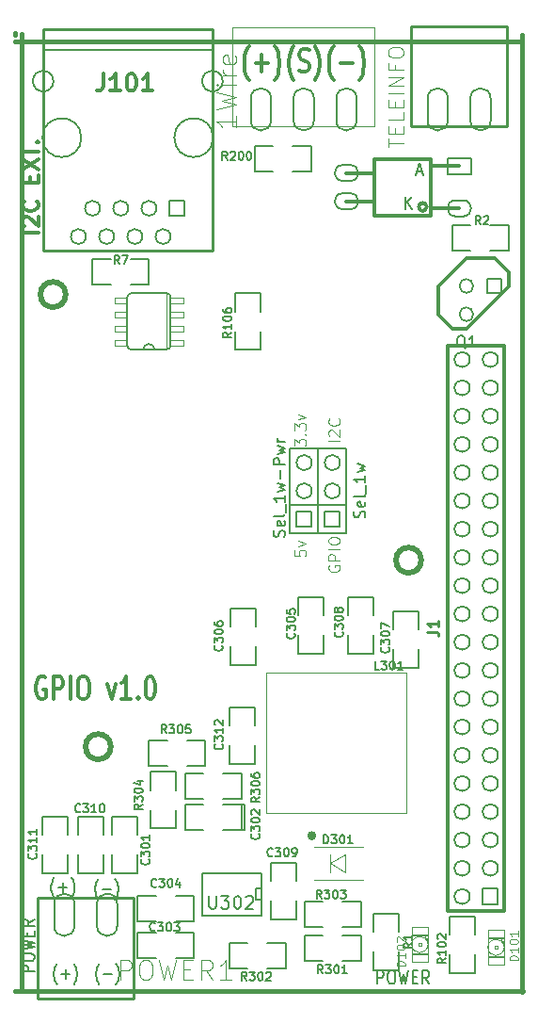
<source format=gto>
G04 (created by PCBNEW (2013-07-07 BZR 4022)-stable) date 12/06/2018 18:13:56*
%MOIN*%
G04 Gerber Fmt 3.4, Leading zero omitted, Abs format*
%FSLAX34Y34*%
G01*
G70*
G90*
G04 APERTURE LIST*
%ADD10C,0.00590551*%
%ADD11C,0.00393701*%
%ADD12C,0.012*%
%ADD13C,0.018937*%
%ADD14C,0.015*%
%ADD15C,0.00787402*%
%ADD16C,0.005*%
%ADD17C,0.0026*%
%ADD18C,0.004*%
%ADD19C,0.003*%
%ADD20C,0.006*%
%ADD21C,0.002*%
%ADD22C,0.01*%
%ADD23C,0.0039*%
%ADD24C,0.0035*%
%ADD25C,0.0108*%
%ADD26C,0.008*%
G04 APERTURE END LIST*
G54D10*
G54D11*
X24384Y-29393D02*
X24365Y-29431D01*
X24365Y-29487D01*
X24384Y-29543D01*
X24421Y-29581D01*
X24459Y-29599D01*
X24534Y-29618D01*
X24590Y-29618D01*
X24665Y-29599D01*
X24703Y-29581D01*
X24740Y-29543D01*
X24759Y-29487D01*
X24759Y-29449D01*
X24740Y-29393D01*
X24721Y-29374D01*
X24590Y-29374D01*
X24590Y-29449D01*
X24759Y-29206D02*
X24365Y-29206D01*
X24365Y-29056D01*
X24384Y-29018D01*
X24403Y-28999D01*
X24440Y-28981D01*
X24496Y-28981D01*
X24534Y-28999D01*
X24553Y-29018D01*
X24571Y-29056D01*
X24571Y-29206D01*
X24759Y-28812D02*
X24365Y-28812D01*
X24365Y-28550D02*
X24365Y-28475D01*
X24384Y-28437D01*
X24421Y-28400D01*
X24496Y-28381D01*
X24628Y-28381D01*
X24703Y-28400D01*
X24740Y-28437D01*
X24759Y-28475D01*
X24759Y-28550D01*
X24740Y-28587D01*
X24703Y-28625D01*
X24628Y-28643D01*
X24496Y-28643D01*
X24421Y-28625D01*
X24384Y-28587D01*
X24365Y-28550D01*
X24759Y-24984D02*
X24365Y-24984D01*
X24403Y-24815D02*
X24384Y-24796D01*
X24365Y-24759D01*
X24365Y-24665D01*
X24384Y-24628D01*
X24403Y-24609D01*
X24440Y-24590D01*
X24478Y-24590D01*
X24534Y-24609D01*
X24759Y-24834D01*
X24759Y-24590D01*
X24721Y-24196D02*
X24740Y-24215D01*
X24759Y-24271D01*
X24759Y-24309D01*
X24740Y-24365D01*
X24703Y-24403D01*
X24665Y-24421D01*
X24590Y-24440D01*
X24534Y-24440D01*
X24459Y-24421D01*
X24421Y-24403D01*
X24384Y-24365D01*
X24365Y-24309D01*
X24365Y-24271D01*
X24384Y-24215D01*
X24403Y-24196D01*
X23165Y-25162D02*
X23165Y-24918D01*
X23315Y-25049D01*
X23315Y-24993D01*
X23334Y-24956D01*
X23353Y-24937D01*
X23390Y-24918D01*
X23484Y-24918D01*
X23521Y-24937D01*
X23540Y-24956D01*
X23559Y-24993D01*
X23559Y-25106D01*
X23540Y-25143D01*
X23521Y-25162D01*
X23521Y-24749D02*
X23540Y-24731D01*
X23559Y-24749D01*
X23540Y-24768D01*
X23521Y-24749D01*
X23559Y-24749D01*
X23165Y-24600D02*
X23165Y-24356D01*
X23315Y-24487D01*
X23315Y-24431D01*
X23334Y-24393D01*
X23353Y-24375D01*
X23390Y-24356D01*
X23484Y-24356D01*
X23521Y-24375D01*
X23540Y-24393D01*
X23559Y-24431D01*
X23559Y-24543D01*
X23540Y-24581D01*
X23521Y-24600D01*
X23296Y-24225D02*
X23559Y-24131D01*
X23296Y-24037D01*
X23165Y-28856D02*
X23165Y-29043D01*
X23353Y-29062D01*
X23334Y-29043D01*
X23315Y-29006D01*
X23315Y-28912D01*
X23334Y-28874D01*
X23353Y-28856D01*
X23390Y-28837D01*
X23484Y-28837D01*
X23521Y-28856D01*
X23540Y-28874D01*
X23559Y-28912D01*
X23559Y-29006D01*
X23540Y-29043D01*
X23521Y-29062D01*
X23296Y-28706D02*
X23559Y-28612D01*
X23296Y-28518D01*
G54D12*
X23128Y-12228D02*
X23100Y-12190D01*
X23042Y-12076D01*
X23014Y-12000D01*
X22985Y-11885D01*
X22957Y-11695D01*
X22957Y-11542D01*
X22985Y-11352D01*
X23014Y-11238D01*
X23042Y-11161D01*
X23100Y-11047D01*
X23128Y-11009D01*
X23328Y-11885D02*
X23414Y-11923D01*
X23557Y-11923D01*
X23614Y-11885D01*
X23642Y-11847D01*
X23671Y-11771D01*
X23671Y-11695D01*
X23642Y-11619D01*
X23614Y-11580D01*
X23557Y-11542D01*
X23442Y-11504D01*
X23385Y-11466D01*
X23357Y-11428D01*
X23328Y-11352D01*
X23328Y-11276D01*
X23357Y-11200D01*
X23385Y-11161D01*
X23442Y-11123D01*
X23585Y-11123D01*
X23671Y-11161D01*
X23871Y-12228D02*
X23900Y-12190D01*
X23957Y-12076D01*
X23985Y-12000D01*
X24014Y-11885D01*
X24042Y-11695D01*
X24042Y-11542D01*
X24014Y-11352D01*
X23985Y-11238D01*
X23957Y-11161D01*
X23900Y-11047D01*
X23871Y-11009D01*
X24542Y-12228D02*
X24514Y-12190D01*
X24457Y-12076D01*
X24428Y-12000D01*
X24400Y-11885D01*
X24371Y-11695D01*
X24371Y-11542D01*
X24400Y-11352D01*
X24428Y-11238D01*
X24457Y-11161D01*
X24514Y-11047D01*
X24542Y-11009D01*
X24771Y-11619D02*
X25228Y-11619D01*
X25457Y-12228D02*
X25485Y-12190D01*
X25542Y-12076D01*
X25571Y-12000D01*
X25600Y-11885D01*
X25628Y-11695D01*
X25628Y-11542D01*
X25600Y-11352D01*
X25571Y-11238D01*
X25542Y-11161D01*
X25485Y-11047D01*
X25457Y-11009D01*
X21542Y-12228D02*
X21514Y-12190D01*
X21457Y-12076D01*
X21428Y-12000D01*
X21400Y-11885D01*
X21371Y-11695D01*
X21371Y-11542D01*
X21400Y-11352D01*
X21428Y-11238D01*
X21457Y-11161D01*
X21514Y-11047D01*
X21542Y-11009D01*
X21771Y-11619D02*
X22228Y-11619D01*
X22000Y-11923D02*
X22000Y-11314D01*
X22457Y-12228D02*
X22485Y-12190D01*
X22542Y-12076D01*
X22571Y-12000D01*
X22600Y-11885D01*
X22628Y-11695D01*
X22628Y-11542D01*
X22600Y-11352D01*
X22571Y-11238D01*
X22542Y-11161D01*
X22485Y-11047D01*
X22457Y-11009D01*
G54D13*
X15047Y-19800D02*
G75*
G03X15047Y-19800I-447J0D01*
G74*
G01*
X16647Y-35800D02*
G75*
G03X16647Y-35800I-447J0D01*
G74*
G01*
X27647Y-29200D02*
G75*
G03X27647Y-29200I-447J0D01*
G74*
G01*
G54D14*
X13250Y-10600D02*
X13250Y-10550D01*
X31200Y-10850D02*
X13250Y-10850D01*
X13250Y-44450D02*
X31250Y-44450D01*
G54D15*
X26090Y-44191D02*
X26090Y-43718D01*
X26240Y-43718D01*
X26278Y-43741D01*
X26296Y-43763D01*
X26315Y-43808D01*
X26315Y-43876D01*
X26296Y-43921D01*
X26278Y-43943D01*
X26240Y-43966D01*
X26090Y-43966D01*
X26559Y-43718D02*
X26634Y-43718D01*
X26671Y-43741D01*
X26709Y-43786D01*
X26728Y-43876D01*
X26728Y-44033D01*
X26709Y-44123D01*
X26671Y-44168D01*
X26634Y-44191D01*
X26559Y-44191D01*
X26521Y-44168D01*
X26484Y-44123D01*
X26465Y-44033D01*
X26465Y-43876D01*
X26484Y-43786D01*
X26521Y-43741D01*
X26559Y-43718D01*
X26859Y-43718D02*
X26953Y-44191D01*
X27028Y-43853D01*
X27103Y-44191D01*
X27196Y-43718D01*
X27346Y-43943D02*
X27478Y-43943D01*
X27534Y-44191D02*
X27346Y-44191D01*
X27346Y-43718D01*
X27534Y-43718D01*
X27928Y-44191D02*
X27796Y-43966D01*
X27703Y-44191D02*
X27703Y-43718D01*
X27853Y-43718D01*
X27890Y-43741D01*
X27909Y-43763D01*
X27928Y-43808D01*
X27928Y-43876D01*
X27909Y-43921D01*
X27890Y-43943D01*
X27853Y-43966D01*
X27703Y-43966D01*
G54D12*
X14328Y-33361D02*
X14271Y-33323D01*
X14185Y-33323D01*
X14100Y-33361D01*
X14042Y-33438D01*
X14014Y-33514D01*
X13985Y-33666D01*
X13985Y-33780D01*
X14014Y-33933D01*
X14042Y-34009D01*
X14100Y-34085D01*
X14185Y-34123D01*
X14242Y-34123D01*
X14328Y-34085D01*
X14357Y-34047D01*
X14357Y-33780D01*
X14242Y-33780D01*
X14614Y-34123D02*
X14614Y-33323D01*
X14842Y-33323D01*
X14900Y-33361D01*
X14928Y-33400D01*
X14957Y-33476D01*
X14957Y-33590D01*
X14928Y-33666D01*
X14900Y-33704D01*
X14842Y-33742D01*
X14614Y-33742D01*
X15214Y-34123D02*
X15214Y-33323D01*
X15614Y-33323D02*
X15728Y-33323D01*
X15785Y-33361D01*
X15842Y-33438D01*
X15871Y-33590D01*
X15871Y-33857D01*
X15842Y-34009D01*
X15785Y-34085D01*
X15728Y-34123D01*
X15614Y-34123D01*
X15557Y-34085D01*
X15500Y-34009D01*
X15471Y-33857D01*
X15471Y-33590D01*
X15500Y-33438D01*
X15557Y-33361D01*
X15614Y-33323D01*
X16528Y-33590D02*
X16671Y-34123D01*
X16814Y-33590D01*
X17357Y-34123D02*
X17014Y-34123D01*
X17185Y-34123D02*
X17185Y-33323D01*
X17128Y-33438D01*
X17071Y-33514D01*
X17014Y-33552D01*
X17614Y-34047D02*
X17642Y-34085D01*
X17614Y-34123D01*
X17585Y-34085D01*
X17614Y-34047D01*
X17614Y-34123D01*
X18014Y-33323D02*
X18071Y-33323D01*
X18128Y-33361D01*
X18157Y-33400D01*
X18185Y-33476D01*
X18214Y-33628D01*
X18214Y-33819D01*
X18185Y-33971D01*
X18157Y-34047D01*
X18128Y-34085D01*
X18071Y-34123D01*
X18014Y-34123D01*
X17957Y-34085D01*
X17928Y-34047D01*
X17900Y-33971D01*
X17871Y-33819D01*
X17871Y-33628D01*
X17900Y-33476D01*
X17928Y-33400D01*
X17957Y-33361D01*
X18014Y-33323D01*
G54D14*
X23854Y-38950D02*
G75*
G03X23854Y-38950I-79J0D01*
G74*
G01*
G54D15*
X16835Y-43487D02*
X16854Y-43509D01*
X16891Y-43577D01*
X16910Y-43622D01*
X16929Y-43689D01*
X16947Y-43802D01*
X16947Y-43892D01*
X16929Y-44004D01*
X16910Y-44071D01*
X16891Y-44116D01*
X16854Y-44184D01*
X16835Y-44206D01*
X16685Y-43847D02*
X16385Y-43847D01*
X16235Y-43487D02*
X16216Y-43509D01*
X16179Y-43577D01*
X16160Y-43622D01*
X16141Y-43689D01*
X16122Y-43802D01*
X16122Y-43892D01*
X16141Y-44004D01*
X16160Y-44071D01*
X16179Y-44116D01*
X16216Y-44184D01*
X16235Y-44206D01*
X15339Y-43487D02*
X15358Y-43509D01*
X15395Y-43577D01*
X15414Y-43622D01*
X15433Y-43689D01*
X15451Y-43802D01*
X15451Y-43892D01*
X15433Y-44004D01*
X15414Y-44071D01*
X15395Y-44116D01*
X15358Y-44184D01*
X15339Y-44206D01*
X15189Y-43847D02*
X14889Y-43847D01*
X15039Y-43667D02*
X15039Y-44026D01*
X14739Y-43487D02*
X14720Y-43509D01*
X14683Y-43577D01*
X14664Y-43622D01*
X14645Y-43689D01*
X14626Y-43802D01*
X14626Y-43892D01*
X14645Y-44004D01*
X14664Y-44071D01*
X14683Y-44116D01*
X14720Y-44184D01*
X14739Y-44206D01*
X16799Y-40478D02*
X16818Y-40501D01*
X16856Y-40568D01*
X16874Y-40613D01*
X16893Y-40681D01*
X16912Y-40793D01*
X16912Y-40883D01*
X16893Y-40996D01*
X16874Y-41063D01*
X16856Y-41108D01*
X16818Y-41176D01*
X16799Y-41198D01*
X16649Y-40838D02*
X16350Y-40838D01*
X16200Y-40478D02*
X16181Y-40501D01*
X16143Y-40568D01*
X16125Y-40613D01*
X16106Y-40681D01*
X16087Y-40793D01*
X16087Y-40883D01*
X16106Y-40996D01*
X16125Y-41063D01*
X16143Y-41108D01*
X16181Y-41176D01*
X16200Y-41198D01*
X15249Y-40428D02*
X15268Y-40451D01*
X15306Y-40518D01*
X15324Y-40563D01*
X15343Y-40631D01*
X15362Y-40743D01*
X15362Y-40833D01*
X15343Y-40946D01*
X15324Y-41013D01*
X15306Y-41058D01*
X15268Y-41126D01*
X15249Y-41148D01*
X15099Y-40788D02*
X14800Y-40788D01*
X14949Y-40608D02*
X14949Y-40968D01*
X14650Y-40428D02*
X14631Y-40451D01*
X14593Y-40518D01*
X14575Y-40563D01*
X14556Y-40631D01*
X14537Y-40743D01*
X14537Y-40833D01*
X14556Y-40946D01*
X14575Y-41013D01*
X14593Y-41058D01*
X14631Y-41126D01*
X14650Y-41148D01*
X13941Y-43759D02*
X13468Y-43759D01*
X13468Y-43609D01*
X13491Y-43571D01*
X13513Y-43553D01*
X13558Y-43534D01*
X13626Y-43534D01*
X13671Y-43553D01*
X13693Y-43571D01*
X13716Y-43609D01*
X13716Y-43759D01*
X13468Y-43290D02*
X13468Y-43215D01*
X13491Y-43178D01*
X13536Y-43140D01*
X13626Y-43121D01*
X13783Y-43121D01*
X13873Y-43140D01*
X13918Y-43178D01*
X13941Y-43215D01*
X13941Y-43290D01*
X13918Y-43328D01*
X13873Y-43365D01*
X13783Y-43384D01*
X13626Y-43384D01*
X13536Y-43365D01*
X13491Y-43328D01*
X13468Y-43290D01*
X13468Y-42990D02*
X13941Y-42896D01*
X13603Y-42821D01*
X13941Y-42746D01*
X13468Y-42653D01*
X13693Y-42503D02*
X13693Y-42371D01*
X13941Y-42315D02*
X13941Y-42503D01*
X13468Y-42503D01*
X13468Y-42315D01*
X13941Y-41921D02*
X13716Y-42053D01*
X13941Y-42146D02*
X13468Y-42146D01*
X13468Y-41996D01*
X13491Y-41959D01*
X13513Y-41940D01*
X13558Y-41921D01*
X13626Y-41921D01*
X13671Y-41940D01*
X13693Y-41959D01*
X13716Y-41996D01*
X13716Y-42146D01*
G54D12*
X14073Y-17601D02*
X13521Y-17601D01*
X13574Y-17364D02*
X13548Y-17338D01*
X13521Y-17286D01*
X13521Y-17154D01*
X13548Y-17102D01*
X13574Y-17076D01*
X13626Y-17049D01*
X13679Y-17049D01*
X13758Y-17076D01*
X14073Y-17391D01*
X14073Y-17049D01*
X14020Y-16498D02*
X14046Y-16524D01*
X14073Y-16603D01*
X14073Y-16656D01*
X14046Y-16734D01*
X13994Y-16787D01*
X13941Y-16813D01*
X13836Y-16839D01*
X13758Y-16839D01*
X13653Y-16813D01*
X13600Y-16787D01*
X13548Y-16734D01*
X13521Y-16656D01*
X13521Y-16603D01*
X13548Y-16524D01*
X13574Y-16498D01*
X13784Y-15842D02*
X13784Y-15658D01*
X14073Y-15580D02*
X14073Y-15842D01*
X13521Y-15842D01*
X13521Y-15580D01*
X13521Y-15396D02*
X14073Y-15028D01*
X13521Y-15028D02*
X14073Y-15396D01*
X13521Y-14897D02*
X13521Y-14582D01*
X14073Y-14740D02*
X13521Y-14740D01*
X14020Y-14398D02*
X14046Y-14372D01*
X14073Y-14398D01*
X14046Y-14425D01*
X14020Y-14398D01*
X14073Y-14398D01*
G54D14*
X31212Y-10629D02*
X31212Y-44488D01*
X13492Y-44438D02*
X13492Y-10579D01*
G54D16*
X21050Y-21750D02*
X21950Y-21750D01*
X21950Y-21750D02*
X21950Y-21100D01*
X21050Y-20400D02*
X21050Y-19750D01*
X21050Y-19750D02*
X21950Y-19750D01*
X21950Y-19750D02*
X21950Y-20400D01*
X21050Y-21100D02*
X21050Y-21750D01*
X29550Y-41800D02*
X28650Y-41800D01*
X28650Y-41800D02*
X28650Y-42450D01*
X29550Y-43150D02*
X29550Y-43800D01*
X29550Y-43800D02*
X28650Y-43800D01*
X28650Y-43800D02*
X28650Y-43150D01*
X29550Y-42450D02*
X29550Y-41800D01*
G54D17*
X30339Y-42939D02*
X30339Y-42861D01*
X30339Y-42861D02*
X30261Y-42861D01*
X30261Y-42939D02*
X30261Y-42861D01*
X30339Y-42939D02*
X30261Y-42939D01*
X30575Y-42723D02*
X30575Y-42586D01*
X30575Y-42586D02*
X30477Y-42586D01*
X30477Y-42723D02*
X30477Y-42586D01*
X30575Y-42723D02*
X30477Y-42723D01*
X30575Y-42586D02*
X30575Y-42546D01*
X30575Y-42546D02*
X30104Y-42546D01*
X30104Y-42586D02*
X30104Y-42546D01*
X30575Y-42586D02*
X30104Y-42586D01*
X30084Y-42586D02*
X30084Y-42546D01*
X30084Y-42546D02*
X30025Y-42546D01*
X30025Y-42586D02*
X30025Y-42546D01*
X30084Y-42586D02*
X30025Y-42586D01*
X30575Y-43254D02*
X30575Y-43214D01*
X30575Y-43214D02*
X30104Y-43214D01*
X30104Y-43254D02*
X30104Y-43214D01*
X30575Y-43254D02*
X30104Y-43254D01*
X30084Y-43254D02*
X30084Y-43214D01*
X30084Y-43214D02*
X30025Y-43214D01*
X30025Y-43254D02*
X30025Y-43214D01*
X30084Y-43254D02*
X30025Y-43254D01*
X30575Y-42723D02*
X30575Y-42664D01*
X30575Y-42664D02*
X30477Y-42664D01*
X30477Y-42723D02*
X30477Y-42664D01*
X30575Y-42723D02*
X30477Y-42723D01*
G54D18*
X30595Y-42290D02*
X30595Y-43510D01*
X30595Y-43510D02*
X30005Y-43510D01*
X30005Y-43510D02*
X30005Y-42290D01*
X30005Y-42290D02*
X30595Y-42290D01*
X30496Y-43115D02*
G75*
G03X30495Y-42683I-196J215D01*
G74*
G01*
X30103Y-43115D02*
G75*
G03X30495Y-43116I196J215D01*
G74*
G01*
X30103Y-42684D02*
G75*
G03X30104Y-43116I196J-215D01*
G74*
G01*
X30496Y-42684D02*
G75*
G03X30104Y-42683I-196J-215D01*
G74*
G01*
G54D19*
X27125Y-38149D02*
X22165Y-38149D01*
X22165Y-38149D02*
X22165Y-33189D01*
X22165Y-33189D02*
X27125Y-33189D01*
X27125Y-33189D02*
X27125Y-38149D01*
G54D16*
X21994Y-40323D02*
X21994Y-40273D01*
X21994Y-40273D02*
X19894Y-40273D01*
X19894Y-41773D02*
X21994Y-41773D01*
X21994Y-41773D02*
X21994Y-40323D01*
X21994Y-41223D02*
X21794Y-41223D01*
X21794Y-41223D02*
X21794Y-40823D01*
X21794Y-40823D02*
X21994Y-40823D01*
X19894Y-41773D02*
X19894Y-40273D01*
X21275Y-38737D02*
X21375Y-38737D01*
X21375Y-38737D02*
X21375Y-37837D01*
X21375Y-37837D02*
X21275Y-37837D01*
X21275Y-38737D02*
X21275Y-37837D01*
X21275Y-37837D02*
X20625Y-37837D01*
X19925Y-38737D02*
X19275Y-38737D01*
X19275Y-38737D02*
X19275Y-37837D01*
X19275Y-37837D02*
X19925Y-37837D01*
X20625Y-38737D02*
X21275Y-38737D01*
X18053Y-38696D02*
X18953Y-38696D01*
X18953Y-38696D02*
X18953Y-38046D01*
X18053Y-37346D02*
X18053Y-36696D01*
X18053Y-36696D02*
X18953Y-36696D01*
X18953Y-36696D02*
X18953Y-37346D01*
X18053Y-38046D02*
X18053Y-38696D01*
X23507Y-41282D02*
X23507Y-42182D01*
X23507Y-42182D02*
X24157Y-42182D01*
X24857Y-41282D02*
X25507Y-41282D01*
X25507Y-41282D02*
X25507Y-42182D01*
X25507Y-42182D02*
X24857Y-42182D01*
X24157Y-41282D02*
X23507Y-41282D01*
X19275Y-36754D02*
X19275Y-37654D01*
X19275Y-37654D02*
X19925Y-37654D01*
X20625Y-36754D02*
X21275Y-36754D01*
X21275Y-36754D02*
X21275Y-37654D01*
X21275Y-37654D02*
X20625Y-37654D01*
X19925Y-36754D02*
X19275Y-36754D01*
X19996Y-36473D02*
X19996Y-35573D01*
X19996Y-35573D02*
X19346Y-35573D01*
X18646Y-36473D02*
X17996Y-36473D01*
X17996Y-36473D02*
X17996Y-35573D01*
X17996Y-35573D02*
X18646Y-35573D01*
X19346Y-36473D02*
X19996Y-36473D01*
X20850Y-42758D02*
X20850Y-43658D01*
X20850Y-43658D02*
X21500Y-43658D01*
X22200Y-42758D02*
X22850Y-42758D01*
X22850Y-42758D02*
X22850Y-43658D01*
X22850Y-43658D02*
X22200Y-43658D01*
X21500Y-42758D02*
X20850Y-42758D01*
X23507Y-42463D02*
X23507Y-43363D01*
X23507Y-43363D02*
X24157Y-43363D01*
X24857Y-42463D02*
X25507Y-42463D01*
X25507Y-42463D02*
X25507Y-43363D01*
X25507Y-43363D02*
X24857Y-43363D01*
X24157Y-42463D02*
X23507Y-42463D01*
X23300Y-32500D02*
X24200Y-32500D01*
X24200Y-32500D02*
X24200Y-31850D01*
X23300Y-31150D02*
X23300Y-30500D01*
X23300Y-30500D02*
X24200Y-30500D01*
X24200Y-30500D02*
X24200Y-31150D01*
X23300Y-31850D02*
X23300Y-32500D01*
X20900Y-32900D02*
X21800Y-32900D01*
X21800Y-32900D02*
X21800Y-32250D01*
X20900Y-31550D02*
X20900Y-30900D01*
X20900Y-30900D02*
X21800Y-30900D01*
X21800Y-30900D02*
X21800Y-31550D01*
X20900Y-32250D02*
X20900Y-32900D01*
X26650Y-33000D02*
X27550Y-33000D01*
X27550Y-33000D02*
X27550Y-32350D01*
X26650Y-31650D02*
X26650Y-31000D01*
X26650Y-31000D02*
X27550Y-31000D01*
X27550Y-31000D02*
X27550Y-31650D01*
X26650Y-32350D02*
X26650Y-33000D01*
X25050Y-32500D02*
X25950Y-32500D01*
X25950Y-32500D02*
X25950Y-31850D01*
X25050Y-31150D02*
X25050Y-30500D01*
X25050Y-30500D02*
X25950Y-30500D01*
X25950Y-30500D02*
X25950Y-31150D01*
X25050Y-31850D02*
X25050Y-32500D01*
X16675Y-40271D02*
X17575Y-40271D01*
X17575Y-40271D02*
X17575Y-39621D01*
X16675Y-38921D02*
X16675Y-38271D01*
X16675Y-38271D02*
X17575Y-38271D01*
X17575Y-38271D02*
X17575Y-38921D01*
X16675Y-39621D02*
X16675Y-40271D01*
X17602Y-42364D02*
X17602Y-43264D01*
X17602Y-43264D02*
X18252Y-43264D01*
X18952Y-42364D02*
X19602Y-42364D01*
X19602Y-42364D02*
X19602Y-43264D01*
X19602Y-43264D02*
X18952Y-43264D01*
X18252Y-42364D02*
X17602Y-42364D01*
X15494Y-40271D02*
X16394Y-40271D01*
X16394Y-40271D02*
X16394Y-39621D01*
X15494Y-38921D02*
X15494Y-38271D01*
X15494Y-38271D02*
X16394Y-38271D01*
X16394Y-38271D02*
X16394Y-38921D01*
X15494Y-39621D02*
X15494Y-40271D01*
X17602Y-41085D02*
X17602Y-41985D01*
X17602Y-41985D02*
X18252Y-41985D01*
X18952Y-41085D02*
X19602Y-41085D01*
X19602Y-41085D02*
X19602Y-41985D01*
X19602Y-41985D02*
X18952Y-41985D01*
X18252Y-41085D02*
X17602Y-41085D01*
X14215Y-40271D02*
X15115Y-40271D01*
X15115Y-40271D02*
X15115Y-39621D01*
X14215Y-38921D02*
X14215Y-38271D01*
X14215Y-38271D02*
X15115Y-38271D01*
X15115Y-38271D02*
X15115Y-38921D01*
X14215Y-39621D02*
X14215Y-40271D01*
X21750Y-34400D02*
X20850Y-34400D01*
X20850Y-34400D02*
X20850Y-35050D01*
X21750Y-35750D02*
X21750Y-36400D01*
X21750Y-36400D02*
X20850Y-36400D01*
X20850Y-36400D02*
X20850Y-35750D01*
X21750Y-35050D02*
X21750Y-34400D01*
X22325Y-41900D02*
X23225Y-41900D01*
X23225Y-41900D02*
X23225Y-41250D01*
X22325Y-40550D02*
X22325Y-39900D01*
X22325Y-39900D02*
X23225Y-39900D01*
X23225Y-39900D02*
X23225Y-40550D01*
X22325Y-41250D02*
X22325Y-41900D01*
G54D19*
X24960Y-39606D02*
X24960Y-40236D01*
X24409Y-39921D02*
X24960Y-39606D01*
X24409Y-39921D02*
X24960Y-40236D01*
X24409Y-40236D02*
X24409Y-39606D01*
X25590Y-39330D02*
X23858Y-39330D01*
X25590Y-40512D02*
X23858Y-40512D01*
G54D17*
X27639Y-42839D02*
X27639Y-42761D01*
X27639Y-42761D02*
X27561Y-42761D01*
X27561Y-42839D02*
X27561Y-42761D01*
X27639Y-42839D02*
X27561Y-42839D01*
X27875Y-42623D02*
X27875Y-42486D01*
X27875Y-42486D02*
X27777Y-42486D01*
X27777Y-42623D02*
X27777Y-42486D01*
X27875Y-42623D02*
X27777Y-42623D01*
X27875Y-42486D02*
X27875Y-42446D01*
X27875Y-42446D02*
X27404Y-42446D01*
X27404Y-42486D02*
X27404Y-42446D01*
X27875Y-42486D02*
X27404Y-42486D01*
X27384Y-42486D02*
X27384Y-42446D01*
X27384Y-42446D02*
X27325Y-42446D01*
X27325Y-42486D02*
X27325Y-42446D01*
X27384Y-42486D02*
X27325Y-42486D01*
X27875Y-43154D02*
X27875Y-43114D01*
X27875Y-43114D02*
X27404Y-43114D01*
X27404Y-43154D02*
X27404Y-43114D01*
X27875Y-43154D02*
X27404Y-43154D01*
X27384Y-43154D02*
X27384Y-43114D01*
X27384Y-43114D02*
X27325Y-43114D01*
X27325Y-43154D02*
X27325Y-43114D01*
X27384Y-43154D02*
X27325Y-43154D01*
X27875Y-42623D02*
X27875Y-42564D01*
X27875Y-42564D02*
X27777Y-42564D01*
X27777Y-42623D02*
X27777Y-42564D01*
X27875Y-42623D02*
X27777Y-42623D01*
G54D18*
X27895Y-42190D02*
X27895Y-43410D01*
X27895Y-43410D02*
X27305Y-43410D01*
X27305Y-43410D02*
X27305Y-42190D01*
X27305Y-42190D02*
X27895Y-42190D01*
X27796Y-43015D02*
G75*
G03X27795Y-42583I-196J215D01*
G74*
G01*
X27403Y-43015D02*
G75*
G03X27795Y-43016I196J215D01*
G74*
G01*
X27403Y-42584D02*
G75*
G03X27404Y-43016I196J-215D01*
G74*
G01*
X27796Y-42584D02*
G75*
G03X27404Y-42583I-196J-215D01*
G74*
G01*
G54D16*
X26850Y-41700D02*
X25950Y-41700D01*
X25950Y-41700D02*
X25950Y-42350D01*
X26850Y-43050D02*
X26850Y-43700D01*
X26850Y-43700D02*
X25950Y-43700D01*
X25950Y-43700D02*
X25950Y-43050D01*
X26850Y-42350D02*
X26850Y-41700D01*
X30750Y-18250D02*
X30750Y-17350D01*
X30750Y-17350D02*
X30100Y-17350D01*
X29400Y-18250D02*
X28750Y-18250D01*
X28750Y-18250D02*
X28750Y-17350D01*
X28750Y-17350D02*
X29400Y-17350D01*
X30100Y-18250D02*
X30750Y-18250D01*
G54D17*
X17230Y-20100D02*
X17230Y-19900D01*
X17230Y-19900D02*
X16780Y-19900D01*
X16780Y-20100D02*
X16780Y-19900D01*
X17230Y-20100D02*
X16780Y-20100D01*
X19220Y-21600D02*
X19220Y-21400D01*
X19220Y-21400D02*
X18770Y-21400D01*
X18770Y-21600D02*
X18770Y-21400D01*
X19220Y-21600D02*
X18770Y-21600D01*
X19220Y-21100D02*
X19220Y-20900D01*
X19220Y-20900D02*
X18770Y-20900D01*
X18770Y-21100D02*
X18770Y-20900D01*
X19220Y-21100D02*
X18770Y-21100D01*
X19210Y-20600D02*
X19210Y-20400D01*
X19210Y-20400D02*
X18760Y-20400D01*
X18760Y-20600D02*
X18760Y-20400D01*
X19210Y-20600D02*
X18760Y-20600D01*
X19220Y-20100D02*
X19220Y-19900D01*
X19220Y-19900D02*
X18770Y-19900D01*
X18770Y-20100D02*
X18770Y-19900D01*
X19220Y-20100D02*
X18770Y-20100D01*
X17230Y-20600D02*
X17230Y-20400D01*
X17230Y-20400D02*
X16780Y-20400D01*
X16780Y-20600D02*
X16780Y-20400D01*
X17230Y-20600D02*
X16780Y-20600D01*
X17230Y-21100D02*
X17230Y-20900D01*
X17230Y-20900D02*
X16780Y-20900D01*
X16780Y-21100D02*
X16780Y-20900D01*
X17230Y-21100D02*
X16780Y-21100D01*
X17230Y-21600D02*
X17230Y-21400D01*
X17230Y-21400D02*
X16780Y-21400D01*
X16780Y-21600D02*
X16780Y-21400D01*
X17230Y-21600D02*
X16780Y-21600D01*
G54D20*
X17230Y-19900D02*
X17230Y-21600D01*
X18770Y-21600D02*
X18770Y-19900D01*
X18620Y-19750D02*
X17380Y-19750D01*
X17380Y-21750D02*
X17800Y-21750D01*
X17800Y-21750D02*
X18200Y-21750D01*
X18200Y-21750D02*
X18620Y-21750D01*
G54D21*
X18630Y-21750D02*
X18630Y-19750D01*
G54D20*
X18770Y-19900D02*
G75*
G03X18620Y-19750I-150J0D01*
G74*
G01*
X17230Y-21600D02*
G75*
G03X17380Y-21750I150J0D01*
G74*
G01*
X17380Y-19750D02*
G75*
G03X17230Y-19900I0J-150D01*
G74*
G01*
X18620Y-21750D02*
G75*
G03X18770Y-21600I0J150D01*
G74*
G01*
X18200Y-21750D02*
G75*
G03X17800Y-21750I-200J0D01*
G74*
G01*
G54D16*
X23750Y-15450D02*
X23750Y-14550D01*
X23750Y-14550D02*
X23100Y-14550D01*
X22400Y-15450D02*
X21750Y-15450D01*
X21750Y-15450D02*
X21750Y-14550D01*
X21750Y-14550D02*
X22400Y-14550D01*
X23100Y-15450D02*
X23750Y-15450D01*
G54D22*
X20250Y-18250D02*
X20250Y-10400D01*
X20250Y-10400D02*
X14250Y-10400D01*
X14250Y-10400D02*
X14250Y-18250D01*
X14250Y-18250D02*
X20250Y-18250D01*
G54D16*
X20250Y-11150D02*
X14250Y-11150D01*
X14250Y-11150D02*
X14250Y-18250D01*
X14250Y-18250D02*
X20250Y-18250D01*
X20250Y-18250D02*
X20250Y-11150D01*
X16000Y-18550D02*
X16000Y-19450D01*
X16000Y-19450D02*
X16650Y-19450D01*
X17350Y-18550D02*
X18000Y-18550D01*
X18000Y-18550D02*
X18000Y-19450D01*
X18000Y-19450D02*
X17350Y-19450D01*
X16650Y-18550D02*
X16000Y-18550D01*
G54D12*
X30600Y-21600D02*
X30600Y-41600D01*
X28600Y-21600D02*
X28600Y-41600D01*
X28600Y-21600D02*
X30600Y-21600D01*
X28600Y-41600D02*
X30600Y-41600D01*
G54D19*
X26000Y-13850D02*
X20950Y-13850D01*
X26000Y-10350D02*
X20950Y-10350D01*
X20950Y-13850D02*
X20950Y-10350D01*
G54D23*
X26000Y-13850D02*
X26000Y-10350D01*
G54D22*
X27300Y-13850D02*
X27300Y-10300D01*
X30700Y-13850D02*
X30700Y-10300D01*
X30650Y-10300D02*
X27300Y-10300D01*
X27300Y-13850D02*
X30650Y-13850D01*
G54D20*
X25000Y-28250D02*
X24000Y-28250D01*
X24000Y-28250D02*
X24000Y-25250D01*
X24000Y-25250D02*
X25000Y-25250D01*
X25000Y-25250D02*
X25000Y-28250D01*
X24000Y-27250D02*
X25000Y-27250D01*
X24000Y-28250D02*
X23000Y-28250D01*
X23000Y-28250D02*
X23000Y-25250D01*
X23000Y-25250D02*
X24000Y-25250D01*
X24000Y-25250D02*
X24000Y-28250D01*
X23000Y-27250D02*
X24000Y-27250D01*
G54D12*
X27841Y-16700D02*
G75*
G03X27841Y-16700I-141J0D01*
G74*
G01*
X26000Y-15500D02*
X25000Y-15500D01*
X26000Y-16500D02*
X25000Y-16500D01*
X29000Y-15250D02*
X28000Y-15250D01*
X29000Y-16750D02*
X28000Y-16750D01*
X28000Y-17000D02*
X26000Y-17000D01*
X26000Y-17000D02*
X26000Y-15000D01*
X26000Y-15000D02*
X28000Y-15000D01*
X28000Y-15000D02*
X28000Y-17000D01*
G54D22*
X17450Y-41150D02*
X17450Y-44700D01*
X14050Y-41150D02*
X14050Y-44700D01*
X14100Y-44700D02*
X17450Y-44700D01*
X17450Y-41150D02*
X14100Y-41150D01*
G54D12*
X29250Y-21000D02*
X30750Y-19500D01*
X30750Y-19500D02*
X30750Y-19000D01*
X30750Y-19000D02*
X30250Y-18500D01*
X30250Y-18500D02*
X29250Y-18500D01*
X29250Y-18500D02*
X28250Y-19500D01*
X28250Y-19500D02*
X28250Y-20500D01*
X28250Y-20500D02*
X28750Y-21000D01*
X28750Y-21000D02*
X29250Y-21000D01*
G54D10*
X15600Y-14250D02*
G75*
G03X15600Y-14250I-688J0D01*
G74*
G01*
X20273Y-14250D02*
G75*
G03X20273Y-14250I-688J0D01*
G74*
G01*
X18734Y-16484D02*
X18734Y-17015D01*
X19265Y-17015D01*
X19265Y-16484D01*
X18734Y-16484D01*
X18765Y-17750D02*
G75*
G03X18765Y-17750I-265J0D01*
G74*
G01*
X18265Y-16750D02*
G75*
G03X18265Y-16750I-265J0D01*
G74*
G01*
X17765Y-17750D02*
G75*
G03X17765Y-17750I-265J0D01*
G74*
G01*
X17265Y-16750D02*
G75*
G03X17265Y-16750I-265J0D01*
G74*
G01*
X16765Y-17750D02*
G75*
G03X16765Y-17750I-265J0D01*
G74*
G01*
X16265Y-16750D02*
G75*
G03X16265Y-16750I-265J0D01*
G74*
G01*
X15765Y-17750D02*
G75*
G03X15765Y-17750I-265J0D01*
G74*
G01*
X20614Y-12250D02*
G75*
G03X20614Y-12250I-364J0D01*
G74*
G01*
X14614Y-12250D02*
G75*
G03X14614Y-12250I-364J0D01*
G74*
G01*
X29829Y-40829D02*
X29829Y-41370D01*
X30370Y-41370D01*
X30370Y-40829D01*
X29829Y-40829D01*
X29370Y-41100D02*
G75*
G03X29370Y-41100I-270J0D01*
G74*
G01*
X30370Y-36100D02*
G75*
G03X30370Y-36100I-270J0D01*
G74*
G01*
X29370Y-40100D02*
G75*
G03X29370Y-40100I-270J0D01*
G74*
G01*
X30370Y-35100D02*
G75*
G03X30370Y-35100I-270J0D01*
G74*
G01*
X29370Y-39100D02*
G75*
G03X29370Y-39100I-270J0D01*
G74*
G01*
X30370Y-34100D02*
G75*
G03X30370Y-34100I-270J0D01*
G74*
G01*
X29370Y-38100D02*
G75*
G03X29370Y-38100I-270J0D01*
G74*
G01*
X30370Y-33100D02*
G75*
G03X30370Y-33100I-270J0D01*
G74*
G01*
X29370Y-37100D02*
G75*
G03X29370Y-37100I-270J0D01*
G74*
G01*
X30370Y-32100D02*
G75*
G03X30370Y-32100I-270J0D01*
G74*
G01*
X29370Y-36100D02*
G75*
G03X29370Y-36100I-270J0D01*
G74*
G01*
X30370Y-31100D02*
G75*
G03X30370Y-31100I-270J0D01*
G74*
G01*
X29370Y-35100D02*
G75*
G03X29370Y-35100I-270J0D01*
G74*
G01*
X30370Y-30100D02*
G75*
G03X30370Y-30100I-270J0D01*
G74*
G01*
X29370Y-34100D02*
G75*
G03X29370Y-34100I-270J0D01*
G74*
G01*
X30370Y-29100D02*
G75*
G03X30370Y-29100I-270J0D01*
G74*
G01*
X29370Y-33100D02*
G75*
G03X29370Y-33100I-270J0D01*
G74*
G01*
X30370Y-28100D02*
G75*
G03X30370Y-28100I-270J0D01*
G74*
G01*
X29370Y-32100D02*
G75*
G03X29370Y-32100I-270J0D01*
G74*
G01*
X30370Y-27100D02*
G75*
G03X30370Y-27100I-270J0D01*
G74*
G01*
X29370Y-31100D02*
G75*
G03X29370Y-31100I-270J0D01*
G74*
G01*
X30370Y-26100D02*
G75*
G03X30370Y-26100I-270J0D01*
G74*
G01*
X29370Y-30100D02*
G75*
G03X29370Y-30100I-270J0D01*
G74*
G01*
X29370Y-29100D02*
G75*
G03X29370Y-29100I-270J0D01*
G74*
G01*
X30370Y-25100D02*
G75*
G03X30370Y-25100I-270J0D01*
G74*
G01*
X29370Y-28100D02*
G75*
G03X29370Y-28100I-270J0D01*
G74*
G01*
X29370Y-26100D02*
G75*
G03X29370Y-26100I-270J0D01*
G74*
G01*
X29370Y-25100D02*
G75*
G03X29370Y-25100I-270J0D01*
G74*
G01*
X29370Y-24100D02*
G75*
G03X29370Y-24100I-270J0D01*
G74*
G01*
X29370Y-23100D02*
G75*
G03X29370Y-23100I-270J0D01*
G74*
G01*
X30370Y-24100D02*
G75*
G03X30370Y-24100I-270J0D01*
G74*
G01*
X30370Y-23100D02*
G75*
G03X30370Y-23100I-270J0D01*
G74*
G01*
X30370Y-40100D02*
G75*
G03X30370Y-40100I-270J0D01*
G74*
G01*
X30370Y-39100D02*
G75*
G03X30370Y-39100I-270J0D01*
G74*
G01*
X30370Y-38100D02*
G75*
G03X30370Y-38100I-270J0D01*
G74*
G01*
X30370Y-37100D02*
G75*
G03X30370Y-37100I-270J0D01*
G74*
G01*
X30370Y-22100D02*
G75*
G03X30370Y-22100I-270J0D01*
G74*
G01*
X29370Y-22100D02*
G75*
G03X29370Y-22100I-270J0D01*
G74*
G01*
X29370Y-27100D02*
G75*
G03X29370Y-27100I-270J0D01*
G74*
G01*
X25360Y-13640D02*
X25360Y-12860D01*
X24639Y-13640D02*
X24639Y-12860D01*
X25360Y-12860D02*
G75*
G03X24639Y-12860I-360J0D01*
G74*
G01*
X24639Y-13640D02*
G75*
G03X25360Y-13640I360J0D01*
G74*
G01*
X23844Y-13640D02*
X23844Y-12860D01*
X23123Y-13640D02*
X23123Y-12860D01*
X23844Y-12860D02*
G75*
G03X23123Y-12860I-360J0D01*
G74*
G01*
X23123Y-13640D02*
G75*
G03X23844Y-13640I360J0D01*
G74*
G01*
X22328Y-13640D02*
X22328Y-12860D01*
X21608Y-13640D02*
X21608Y-12860D01*
X22328Y-12860D02*
G75*
G03X21608Y-12860I-360J0D01*
G74*
G01*
X21608Y-13640D02*
G75*
G03X22328Y-13640I360J0D01*
G74*
G01*
X30110Y-13640D02*
X30110Y-12860D01*
X29389Y-13640D02*
X29389Y-12860D01*
X30110Y-12860D02*
G75*
G03X29389Y-12860I-360J0D01*
G74*
G01*
X29389Y-13640D02*
G75*
G03X30110Y-13640I360J0D01*
G74*
G01*
X28594Y-13640D02*
X28594Y-12860D01*
X27873Y-13640D02*
X27873Y-12860D01*
X28594Y-12860D02*
G75*
G03X27873Y-12860I-360J0D01*
G74*
G01*
X27873Y-13640D02*
G75*
G03X28594Y-13640I360J0D01*
G74*
G01*
X24229Y-27479D02*
X24229Y-28020D01*
X24770Y-28020D01*
X24770Y-27479D01*
X24229Y-27479D01*
X24770Y-26750D02*
G75*
G03X24770Y-26750I-270J0D01*
G74*
G01*
X24770Y-25750D02*
G75*
G03X24770Y-25750I-270J0D01*
G74*
G01*
X23229Y-27479D02*
X23229Y-28020D01*
X23770Y-28020D01*
X23770Y-27479D01*
X23229Y-27479D01*
X23770Y-26750D02*
G75*
G03X23770Y-26750I-270J0D01*
G74*
G01*
X23770Y-25750D02*
G75*
G03X23770Y-25750I-270J0D01*
G74*
G01*
X28579Y-14969D02*
X28579Y-15530D01*
X29420Y-15530D01*
X29420Y-14969D01*
X28579Y-14969D01*
X29140Y-16469D02*
X28860Y-16469D01*
X29140Y-17030D02*
X28860Y-17030D01*
X28860Y-16469D02*
G75*
G03X28860Y-17030I0J-280D01*
G74*
G01*
X29140Y-17030D02*
G75*
G03X29140Y-16469I0J280D01*
G74*
G01*
X25140Y-16219D02*
X24860Y-16219D01*
X25140Y-16780D02*
X24860Y-16780D01*
X24860Y-16219D02*
G75*
G03X24860Y-16780I0J-280D01*
G74*
G01*
X25140Y-16780D02*
G75*
G03X25140Y-16219I0J280D01*
G74*
G01*
X25140Y-15219D02*
X24860Y-15219D01*
X25140Y-15780D02*
X24860Y-15780D01*
X24860Y-15219D02*
G75*
G03X24860Y-15780I0J-280D01*
G74*
G01*
X25140Y-15780D02*
G75*
G03X25140Y-15219I0J280D01*
G74*
G01*
X14639Y-41360D02*
X14639Y-42140D01*
X15360Y-41360D02*
X15360Y-42140D01*
X14639Y-42140D02*
G75*
G03X15360Y-42140I360J0D01*
G74*
G01*
X15360Y-41360D02*
G75*
G03X14639Y-41360I-360J0D01*
G74*
G01*
X16155Y-41360D02*
X16155Y-42140D01*
X16876Y-41360D02*
X16876Y-42140D01*
X16155Y-42140D02*
G75*
G03X16876Y-42140I360J0D01*
G74*
G01*
X16876Y-41360D02*
G75*
G03X16155Y-41360I-360J0D01*
G74*
G01*
X30004Y-19254D02*
X30004Y-19745D01*
X30495Y-19745D01*
X30495Y-19254D01*
X30004Y-19254D01*
X29495Y-19500D02*
G75*
G03X29495Y-19500I-245J0D01*
G74*
G01*
X29495Y-20500D02*
G75*
G03X29495Y-20500I-245J0D01*
G74*
G01*
G54D16*
X20921Y-21135D02*
X20778Y-21235D01*
X20921Y-21307D02*
X20621Y-21307D01*
X20621Y-21192D01*
X20635Y-21164D01*
X20650Y-21150D01*
X20678Y-21135D01*
X20721Y-21135D01*
X20750Y-21150D01*
X20764Y-21164D01*
X20778Y-21192D01*
X20778Y-21307D01*
X20921Y-20850D02*
X20921Y-21021D01*
X20921Y-20935D02*
X20621Y-20935D01*
X20664Y-20964D01*
X20692Y-20992D01*
X20707Y-21021D01*
X20621Y-20664D02*
X20621Y-20635D01*
X20635Y-20607D01*
X20650Y-20592D01*
X20678Y-20578D01*
X20735Y-20564D01*
X20807Y-20564D01*
X20864Y-20578D01*
X20892Y-20592D01*
X20907Y-20607D01*
X20921Y-20635D01*
X20921Y-20664D01*
X20907Y-20692D01*
X20892Y-20707D01*
X20864Y-20721D01*
X20807Y-20735D01*
X20735Y-20735D01*
X20678Y-20721D01*
X20650Y-20707D01*
X20635Y-20692D01*
X20621Y-20664D01*
X20621Y-20307D02*
X20621Y-20364D01*
X20635Y-20392D01*
X20650Y-20407D01*
X20692Y-20435D01*
X20750Y-20450D01*
X20864Y-20450D01*
X20892Y-20435D01*
X20907Y-20421D01*
X20921Y-20392D01*
X20921Y-20335D01*
X20907Y-20307D01*
X20892Y-20292D01*
X20864Y-20278D01*
X20792Y-20278D01*
X20764Y-20292D01*
X20750Y-20307D01*
X20735Y-20335D01*
X20735Y-20392D01*
X20750Y-20421D01*
X20764Y-20435D01*
X20792Y-20450D01*
X28521Y-43285D02*
X28378Y-43385D01*
X28521Y-43457D02*
X28221Y-43457D01*
X28221Y-43342D01*
X28235Y-43314D01*
X28250Y-43300D01*
X28278Y-43285D01*
X28321Y-43285D01*
X28350Y-43300D01*
X28364Y-43314D01*
X28378Y-43342D01*
X28378Y-43457D01*
X28521Y-43000D02*
X28521Y-43171D01*
X28521Y-43085D02*
X28221Y-43085D01*
X28264Y-43114D01*
X28292Y-43142D01*
X28307Y-43171D01*
X28221Y-42814D02*
X28221Y-42785D01*
X28235Y-42757D01*
X28250Y-42742D01*
X28278Y-42728D01*
X28335Y-42714D01*
X28407Y-42714D01*
X28464Y-42728D01*
X28492Y-42742D01*
X28507Y-42757D01*
X28521Y-42785D01*
X28521Y-42814D01*
X28507Y-42842D01*
X28492Y-42857D01*
X28464Y-42871D01*
X28407Y-42885D01*
X28335Y-42885D01*
X28278Y-42871D01*
X28250Y-42857D01*
X28235Y-42842D01*
X28221Y-42814D01*
X28250Y-42600D02*
X28235Y-42585D01*
X28221Y-42557D01*
X28221Y-42485D01*
X28235Y-42457D01*
X28250Y-42442D01*
X28278Y-42428D01*
X28307Y-42428D01*
X28350Y-42442D01*
X28521Y-42614D01*
X28521Y-42428D01*
G54D24*
X31071Y-43357D02*
X30771Y-43357D01*
X30771Y-43285D01*
X30785Y-43242D01*
X30814Y-43214D01*
X30842Y-43200D01*
X30900Y-43185D01*
X30942Y-43185D01*
X31000Y-43200D01*
X31028Y-43214D01*
X31057Y-43242D01*
X31071Y-43285D01*
X31071Y-43357D01*
X31071Y-42900D02*
X31071Y-43071D01*
X31071Y-42985D02*
X30771Y-42985D01*
X30814Y-43014D01*
X30842Y-43042D01*
X30857Y-43071D01*
X30771Y-42714D02*
X30771Y-42685D01*
X30785Y-42657D01*
X30800Y-42642D01*
X30828Y-42628D01*
X30885Y-42614D01*
X30957Y-42614D01*
X31014Y-42628D01*
X31042Y-42642D01*
X31057Y-42657D01*
X31071Y-42685D01*
X31071Y-42714D01*
X31057Y-42742D01*
X31042Y-42757D01*
X31014Y-42771D01*
X30957Y-42785D01*
X30885Y-42785D01*
X30828Y-42771D01*
X30800Y-42757D01*
X30785Y-42742D01*
X30771Y-42714D01*
X31071Y-42328D02*
X31071Y-42500D01*
X31071Y-42414D02*
X30771Y-42414D01*
X30814Y-42442D01*
X30842Y-42471D01*
X30857Y-42500D01*
G54D16*
X26164Y-33071D02*
X26021Y-33071D01*
X26021Y-32771D01*
X26235Y-32771D02*
X26421Y-32771D01*
X26321Y-32885D01*
X26364Y-32885D01*
X26392Y-32900D01*
X26407Y-32914D01*
X26421Y-32942D01*
X26421Y-33014D01*
X26407Y-33042D01*
X26392Y-33057D01*
X26364Y-33071D01*
X26278Y-33071D01*
X26250Y-33057D01*
X26235Y-33042D01*
X26607Y-32771D02*
X26635Y-32771D01*
X26664Y-32785D01*
X26678Y-32800D01*
X26692Y-32828D01*
X26707Y-32885D01*
X26707Y-32957D01*
X26692Y-33014D01*
X26678Y-33042D01*
X26664Y-33057D01*
X26635Y-33071D01*
X26607Y-33071D01*
X26578Y-33057D01*
X26564Y-33042D01*
X26550Y-33014D01*
X26535Y-32957D01*
X26535Y-32885D01*
X26550Y-32828D01*
X26564Y-32800D01*
X26578Y-32785D01*
X26607Y-32771D01*
X26992Y-33071D02*
X26821Y-33071D01*
X26907Y-33071D02*
X26907Y-32771D01*
X26878Y-32814D01*
X26850Y-32842D01*
X26821Y-32857D01*
G54D20*
X20128Y-41082D02*
X20128Y-41446D01*
X20150Y-41489D01*
X20171Y-41510D01*
X20214Y-41532D01*
X20300Y-41532D01*
X20342Y-41510D01*
X20364Y-41489D01*
X20385Y-41446D01*
X20385Y-41082D01*
X20557Y-41082D02*
X20835Y-41082D01*
X20685Y-41253D01*
X20750Y-41253D01*
X20792Y-41275D01*
X20814Y-41296D01*
X20835Y-41339D01*
X20835Y-41446D01*
X20814Y-41489D01*
X20792Y-41510D01*
X20750Y-41532D01*
X20621Y-41532D01*
X20578Y-41510D01*
X20557Y-41489D01*
X21114Y-41082D02*
X21157Y-41082D01*
X21200Y-41103D01*
X21221Y-41125D01*
X21242Y-41167D01*
X21264Y-41253D01*
X21264Y-41360D01*
X21242Y-41446D01*
X21221Y-41489D01*
X21200Y-41510D01*
X21157Y-41532D01*
X21114Y-41532D01*
X21071Y-41510D01*
X21050Y-41489D01*
X21028Y-41446D01*
X21007Y-41360D01*
X21007Y-41253D01*
X21028Y-41167D01*
X21050Y-41125D01*
X21071Y-41103D01*
X21114Y-41082D01*
X21435Y-41125D02*
X21457Y-41103D01*
X21500Y-41082D01*
X21607Y-41082D01*
X21650Y-41103D01*
X21671Y-41125D01*
X21692Y-41167D01*
X21692Y-41210D01*
X21671Y-41275D01*
X21414Y-41532D01*
X21692Y-41532D01*
G54D16*
X21892Y-38885D02*
X21907Y-38900D01*
X21921Y-38942D01*
X21921Y-38971D01*
X21907Y-39014D01*
X21878Y-39042D01*
X21850Y-39057D01*
X21792Y-39071D01*
X21750Y-39071D01*
X21692Y-39057D01*
X21664Y-39042D01*
X21635Y-39014D01*
X21621Y-38971D01*
X21621Y-38942D01*
X21635Y-38900D01*
X21650Y-38885D01*
X21621Y-38785D02*
X21621Y-38600D01*
X21735Y-38700D01*
X21735Y-38657D01*
X21750Y-38628D01*
X21764Y-38614D01*
X21792Y-38600D01*
X21864Y-38600D01*
X21892Y-38614D01*
X21907Y-38628D01*
X21921Y-38657D01*
X21921Y-38742D01*
X21907Y-38771D01*
X21892Y-38785D01*
X21621Y-38414D02*
X21621Y-38385D01*
X21635Y-38357D01*
X21650Y-38342D01*
X21678Y-38328D01*
X21735Y-38314D01*
X21807Y-38314D01*
X21864Y-38328D01*
X21892Y-38342D01*
X21907Y-38357D01*
X21921Y-38385D01*
X21921Y-38414D01*
X21907Y-38442D01*
X21892Y-38457D01*
X21864Y-38471D01*
X21807Y-38485D01*
X21735Y-38485D01*
X21678Y-38471D01*
X21650Y-38457D01*
X21635Y-38442D01*
X21621Y-38414D01*
X21650Y-38200D02*
X21635Y-38185D01*
X21621Y-38157D01*
X21621Y-38085D01*
X21635Y-38057D01*
X21650Y-38042D01*
X21678Y-38028D01*
X21707Y-38028D01*
X21750Y-38042D01*
X21921Y-38214D01*
X21921Y-38028D01*
X17771Y-37835D02*
X17628Y-37935D01*
X17771Y-38007D02*
X17471Y-38007D01*
X17471Y-37892D01*
X17485Y-37864D01*
X17500Y-37850D01*
X17528Y-37835D01*
X17571Y-37835D01*
X17600Y-37850D01*
X17614Y-37864D01*
X17628Y-37892D01*
X17628Y-38007D01*
X17471Y-37735D02*
X17471Y-37550D01*
X17585Y-37650D01*
X17585Y-37607D01*
X17600Y-37578D01*
X17614Y-37564D01*
X17642Y-37550D01*
X17714Y-37550D01*
X17742Y-37564D01*
X17757Y-37578D01*
X17771Y-37607D01*
X17771Y-37692D01*
X17757Y-37721D01*
X17742Y-37735D01*
X17471Y-37364D02*
X17471Y-37335D01*
X17485Y-37307D01*
X17500Y-37292D01*
X17528Y-37278D01*
X17585Y-37264D01*
X17657Y-37264D01*
X17714Y-37278D01*
X17742Y-37292D01*
X17757Y-37307D01*
X17771Y-37335D01*
X17771Y-37364D01*
X17757Y-37392D01*
X17742Y-37407D01*
X17714Y-37421D01*
X17657Y-37435D01*
X17585Y-37435D01*
X17528Y-37421D01*
X17500Y-37407D01*
X17485Y-37392D01*
X17471Y-37364D01*
X17571Y-37007D02*
X17771Y-37007D01*
X17457Y-37078D02*
X17671Y-37150D01*
X17671Y-36964D01*
X24114Y-41171D02*
X24014Y-41028D01*
X23942Y-41171D02*
X23942Y-40871D01*
X24057Y-40871D01*
X24085Y-40885D01*
X24100Y-40900D01*
X24114Y-40928D01*
X24114Y-40971D01*
X24100Y-41000D01*
X24085Y-41014D01*
X24057Y-41028D01*
X23942Y-41028D01*
X24214Y-40871D02*
X24400Y-40871D01*
X24300Y-40985D01*
X24342Y-40985D01*
X24371Y-41000D01*
X24385Y-41014D01*
X24400Y-41042D01*
X24400Y-41114D01*
X24385Y-41142D01*
X24371Y-41157D01*
X24342Y-41171D01*
X24257Y-41171D01*
X24228Y-41157D01*
X24214Y-41142D01*
X24585Y-40871D02*
X24614Y-40871D01*
X24642Y-40885D01*
X24657Y-40900D01*
X24671Y-40928D01*
X24685Y-40985D01*
X24685Y-41057D01*
X24671Y-41114D01*
X24657Y-41142D01*
X24642Y-41157D01*
X24614Y-41171D01*
X24585Y-41171D01*
X24557Y-41157D01*
X24542Y-41142D01*
X24528Y-41114D01*
X24514Y-41057D01*
X24514Y-40985D01*
X24528Y-40928D01*
X24542Y-40900D01*
X24557Y-40885D01*
X24585Y-40871D01*
X24785Y-40871D02*
X24971Y-40871D01*
X24871Y-40985D01*
X24914Y-40985D01*
X24942Y-41000D01*
X24957Y-41014D01*
X24971Y-41042D01*
X24971Y-41114D01*
X24957Y-41142D01*
X24942Y-41157D01*
X24914Y-41171D01*
X24828Y-41171D01*
X24800Y-41157D01*
X24785Y-41142D01*
X21921Y-37585D02*
X21778Y-37685D01*
X21921Y-37757D02*
X21621Y-37757D01*
X21621Y-37642D01*
X21635Y-37614D01*
X21650Y-37600D01*
X21678Y-37585D01*
X21721Y-37585D01*
X21750Y-37600D01*
X21764Y-37614D01*
X21778Y-37642D01*
X21778Y-37757D01*
X21621Y-37485D02*
X21621Y-37300D01*
X21735Y-37400D01*
X21735Y-37357D01*
X21750Y-37328D01*
X21764Y-37314D01*
X21792Y-37300D01*
X21864Y-37300D01*
X21892Y-37314D01*
X21907Y-37328D01*
X21921Y-37357D01*
X21921Y-37442D01*
X21907Y-37471D01*
X21892Y-37485D01*
X21621Y-37114D02*
X21621Y-37085D01*
X21635Y-37057D01*
X21650Y-37042D01*
X21678Y-37028D01*
X21735Y-37014D01*
X21807Y-37014D01*
X21864Y-37028D01*
X21892Y-37042D01*
X21907Y-37057D01*
X21921Y-37085D01*
X21921Y-37114D01*
X21907Y-37142D01*
X21892Y-37157D01*
X21864Y-37171D01*
X21807Y-37185D01*
X21735Y-37185D01*
X21678Y-37171D01*
X21650Y-37157D01*
X21635Y-37142D01*
X21621Y-37114D01*
X21621Y-36757D02*
X21621Y-36814D01*
X21635Y-36842D01*
X21650Y-36857D01*
X21692Y-36885D01*
X21750Y-36900D01*
X21864Y-36900D01*
X21892Y-36885D01*
X21907Y-36871D01*
X21921Y-36842D01*
X21921Y-36785D01*
X21907Y-36757D01*
X21892Y-36742D01*
X21864Y-36728D01*
X21792Y-36728D01*
X21764Y-36742D01*
X21750Y-36757D01*
X21735Y-36785D01*
X21735Y-36842D01*
X21750Y-36871D01*
X21764Y-36885D01*
X21792Y-36900D01*
X18614Y-35321D02*
X18514Y-35178D01*
X18442Y-35321D02*
X18442Y-35021D01*
X18557Y-35021D01*
X18585Y-35035D01*
X18600Y-35050D01*
X18614Y-35078D01*
X18614Y-35121D01*
X18600Y-35150D01*
X18585Y-35164D01*
X18557Y-35178D01*
X18442Y-35178D01*
X18714Y-35021D02*
X18900Y-35021D01*
X18800Y-35135D01*
X18842Y-35135D01*
X18871Y-35150D01*
X18885Y-35164D01*
X18900Y-35192D01*
X18900Y-35264D01*
X18885Y-35292D01*
X18871Y-35307D01*
X18842Y-35321D01*
X18757Y-35321D01*
X18728Y-35307D01*
X18714Y-35292D01*
X19085Y-35021D02*
X19114Y-35021D01*
X19142Y-35035D01*
X19157Y-35050D01*
X19171Y-35078D01*
X19185Y-35135D01*
X19185Y-35207D01*
X19171Y-35264D01*
X19157Y-35292D01*
X19142Y-35307D01*
X19114Y-35321D01*
X19085Y-35321D01*
X19057Y-35307D01*
X19042Y-35292D01*
X19028Y-35264D01*
X19014Y-35207D01*
X19014Y-35135D01*
X19028Y-35078D01*
X19042Y-35050D01*
X19057Y-35035D01*
X19085Y-35021D01*
X19457Y-35021D02*
X19314Y-35021D01*
X19300Y-35164D01*
X19314Y-35150D01*
X19342Y-35135D01*
X19414Y-35135D01*
X19442Y-35150D01*
X19457Y-35164D01*
X19471Y-35192D01*
X19471Y-35264D01*
X19457Y-35292D01*
X19442Y-35307D01*
X19414Y-35321D01*
X19342Y-35321D01*
X19314Y-35307D01*
X19300Y-35292D01*
X21464Y-44071D02*
X21364Y-43928D01*
X21292Y-44071D02*
X21292Y-43771D01*
X21407Y-43771D01*
X21435Y-43785D01*
X21450Y-43800D01*
X21464Y-43828D01*
X21464Y-43871D01*
X21450Y-43900D01*
X21435Y-43914D01*
X21407Y-43928D01*
X21292Y-43928D01*
X21564Y-43771D02*
X21750Y-43771D01*
X21650Y-43885D01*
X21692Y-43885D01*
X21721Y-43900D01*
X21735Y-43914D01*
X21750Y-43942D01*
X21750Y-44014D01*
X21735Y-44042D01*
X21721Y-44057D01*
X21692Y-44071D01*
X21607Y-44071D01*
X21578Y-44057D01*
X21564Y-44042D01*
X21935Y-43771D02*
X21964Y-43771D01*
X21992Y-43785D01*
X22007Y-43800D01*
X22021Y-43828D01*
X22035Y-43885D01*
X22035Y-43957D01*
X22021Y-44014D01*
X22007Y-44042D01*
X21992Y-44057D01*
X21964Y-44071D01*
X21935Y-44071D01*
X21907Y-44057D01*
X21892Y-44042D01*
X21878Y-44014D01*
X21864Y-43957D01*
X21864Y-43885D01*
X21878Y-43828D01*
X21892Y-43800D01*
X21907Y-43785D01*
X21935Y-43771D01*
X22150Y-43800D02*
X22164Y-43785D01*
X22192Y-43771D01*
X22264Y-43771D01*
X22292Y-43785D01*
X22307Y-43800D01*
X22321Y-43828D01*
X22321Y-43857D01*
X22307Y-43900D01*
X22135Y-44071D01*
X22321Y-44071D01*
X24164Y-43821D02*
X24064Y-43678D01*
X23992Y-43821D02*
X23992Y-43521D01*
X24107Y-43521D01*
X24135Y-43535D01*
X24150Y-43550D01*
X24164Y-43578D01*
X24164Y-43621D01*
X24150Y-43650D01*
X24135Y-43664D01*
X24107Y-43678D01*
X23992Y-43678D01*
X24264Y-43521D02*
X24450Y-43521D01*
X24350Y-43635D01*
X24392Y-43635D01*
X24421Y-43650D01*
X24435Y-43664D01*
X24450Y-43692D01*
X24450Y-43764D01*
X24435Y-43792D01*
X24421Y-43807D01*
X24392Y-43821D01*
X24307Y-43821D01*
X24278Y-43807D01*
X24264Y-43792D01*
X24635Y-43521D02*
X24664Y-43521D01*
X24692Y-43535D01*
X24707Y-43550D01*
X24721Y-43578D01*
X24735Y-43635D01*
X24735Y-43707D01*
X24721Y-43764D01*
X24707Y-43792D01*
X24692Y-43807D01*
X24664Y-43821D01*
X24635Y-43821D01*
X24607Y-43807D01*
X24592Y-43792D01*
X24578Y-43764D01*
X24564Y-43707D01*
X24564Y-43635D01*
X24578Y-43578D01*
X24592Y-43550D01*
X24607Y-43535D01*
X24635Y-43521D01*
X25021Y-43821D02*
X24850Y-43821D01*
X24935Y-43821D02*
X24935Y-43521D01*
X24907Y-43564D01*
X24878Y-43592D01*
X24850Y-43607D01*
X23142Y-31785D02*
X23157Y-31800D01*
X23171Y-31842D01*
X23171Y-31871D01*
X23157Y-31914D01*
X23128Y-31942D01*
X23100Y-31957D01*
X23042Y-31971D01*
X23000Y-31971D01*
X22942Y-31957D01*
X22914Y-31942D01*
X22885Y-31914D01*
X22871Y-31871D01*
X22871Y-31842D01*
X22885Y-31800D01*
X22900Y-31785D01*
X22871Y-31685D02*
X22871Y-31500D01*
X22985Y-31600D01*
X22985Y-31557D01*
X23000Y-31528D01*
X23014Y-31514D01*
X23042Y-31500D01*
X23114Y-31500D01*
X23142Y-31514D01*
X23157Y-31528D01*
X23171Y-31557D01*
X23171Y-31642D01*
X23157Y-31671D01*
X23142Y-31685D01*
X22871Y-31314D02*
X22871Y-31285D01*
X22885Y-31257D01*
X22900Y-31242D01*
X22928Y-31228D01*
X22985Y-31214D01*
X23057Y-31214D01*
X23114Y-31228D01*
X23142Y-31242D01*
X23157Y-31257D01*
X23171Y-31285D01*
X23171Y-31314D01*
X23157Y-31342D01*
X23142Y-31357D01*
X23114Y-31371D01*
X23057Y-31385D01*
X22985Y-31385D01*
X22928Y-31371D01*
X22900Y-31357D01*
X22885Y-31342D01*
X22871Y-31314D01*
X22871Y-30942D02*
X22871Y-31085D01*
X23014Y-31100D01*
X23000Y-31085D01*
X22985Y-31057D01*
X22985Y-30985D01*
X23000Y-30957D01*
X23014Y-30942D01*
X23042Y-30928D01*
X23114Y-30928D01*
X23142Y-30942D01*
X23157Y-30957D01*
X23171Y-30985D01*
X23171Y-31057D01*
X23157Y-31085D01*
X23142Y-31100D01*
X20589Y-32217D02*
X20603Y-32231D01*
X20617Y-32274D01*
X20617Y-32302D01*
X20603Y-32345D01*
X20575Y-32374D01*
X20546Y-32388D01*
X20489Y-32402D01*
X20446Y-32402D01*
X20389Y-32388D01*
X20360Y-32374D01*
X20332Y-32345D01*
X20317Y-32302D01*
X20317Y-32274D01*
X20332Y-32231D01*
X20346Y-32217D01*
X20317Y-32117D02*
X20317Y-31931D01*
X20432Y-32031D01*
X20432Y-31988D01*
X20446Y-31960D01*
X20460Y-31945D01*
X20489Y-31931D01*
X20560Y-31931D01*
X20589Y-31945D01*
X20603Y-31960D01*
X20617Y-31988D01*
X20617Y-32074D01*
X20603Y-32102D01*
X20589Y-32117D01*
X20317Y-31745D02*
X20317Y-31717D01*
X20332Y-31688D01*
X20346Y-31674D01*
X20375Y-31660D01*
X20432Y-31645D01*
X20503Y-31645D01*
X20560Y-31660D01*
X20589Y-31674D01*
X20603Y-31688D01*
X20617Y-31717D01*
X20617Y-31745D01*
X20603Y-31774D01*
X20589Y-31788D01*
X20560Y-31802D01*
X20503Y-31817D01*
X20432Y-31817D01*
X20375Y-31802D01*
X20346Y-31788D01*
X20332Y-31774D01*
X20317Y-31745D01*
X20317Y-31388D02*
X20317Y-31445D01*
X20332Y-31474D01*
X20346Y-31488D01*
X20389Y-31517D01*
X20446Y-31531D01*
X20560Y-31531D01*
X20589Y-31517D01*
X20603Y-31502D01*
X20617Y-31474D01*
X20617Y-31417D01*
X20603Y-31388D01*
X20589Y-31374D01*
X20560Y-31360D01*
X20489Y-31360D01*
X20460Y-31374D01*
X20446Y-31388D01*
X20432Y-31417D01*
X20432Y-31474D01*
X20446Y-31502D01*
X20460Y-31517D01*
X20489Y-31531D01*
X26492Y-32285D02*
X26507Y-32300D01*
X26521Y-32342D01*
X26521Y-32371D01*
X26507Y-32414D01*
X26478Y-32442D01*
X26450Y-32457D01*
X26392Y-32471D01*
X26350Y-32471D01*
X26292Y-32457D01*
X26264Y-32442D01*
X26235Y-32414D01*
X26221Y-32371D01*
X26221Y-32342D01*
X26235Y-32300D01*
X26250Y-32285D01*
X26221Y-32185D02*
X26221Y-32000D01*
X26335Y-32100D01*
X26335Y-32057D01*
X26350Y-32028D01*
X26364Y-32014D01*
X26392Y-32000D01*
X26464Y-32000D01*
X26492Y-32014D01*
X26507Y-32028D01*
X26521Y-32057D01*
X26521Y-32142D01*
X26507Y-32171D01*
X26492Y-32185D01*
X26221Y-31814D02*
X26221Y-31785D01*
X26235Y-31757D01*
X26250Y-31742D01*
X26278Y-31728D01*
X26335Y-31714D01*
X26407Y-31714D01*
X26464Y-31728D01*
X26492Y-31742D01*
X26507Y-31757D01*
X26521Y-31785D01*
X26521Y-31814D01*
X26507Y-31842D01*
X26492Y-31857D01*
X26464Y-31871D01*
X26407Y-31885D01*
X26335Y-31885D01*
X26278Y-31871D01*
X26250Y-31857D01*
X26235Y-31842D01*
X26221Y-31814D01*
X26221Y-31614D02*
X26221Y-31414D01*
X26521Y-31542D01*
X24842Y-31735D02*
X24857Y-31750D01*
X24871Y-31792D01*
X24871Y-31821D01*
X24857Y-31864D01*
X24828Y-31892D01*
X24800Y-31907D01*
X24742Y-31921D01*
X24700Y-31921D01*
X24642Y-31907D01*
X24614Y-31892D01*
X24585Y-31864D01*
X24571Y-31821D01*
X24571Y-31792D01*
X24585Y-31750D01*
X24600Y-31735D01*
X24571Y-31635D02*
X24571Y-31450D01*
X24685Y-31550D01*
X24685Y-31507D01*
X24700Y-31478D01*
X24714Y-31464D01*
X24742Y-31450D01*
X24814Y-31450D01*
X24842Y-31464D01*
X24857Y-31478D01*
X24871Y-31507D01*
X24871Y-31592D01*
X24857Y-31621D01*
X24842Y-31635D01*
X24571Y-31264D02*
X24571Y-31235D01*
X24585Y-31207D01*
X24600Y-31192D01*
X24628Y-31178D01*
X24685Y-31164D01*
X24757Y-31164D01*
X24814Y-31178D01*
X24842Y-31192D01*
X24857Y-31207D01*
X24871Y-31235D01*
X24871Y-31264D01*
X24857Y-31292D01*
X24842Y-31307D01*
X24814Y-31321D01*
X24757Y-31335D01*
X24685Y-31335D01*
X24628Y-31321D01*
X24600Y-31307D01*
X24585Y-31292D01*
X24571Y-31264D01*
X24700Y-30992D02*
X24685Y-31021D01*
X24671Y-31035D01*
X24642Y-31050D01*
X24628Y-31050D01*
X24600Y-31035D01*
X24585Y-31021D01*
X24571Y-30992D01*
X24571Y-30935D01*
X24585Y-30907D01*
X24600Y-30892D01*
X24628Y-30878D01*
X24642Y-30878D01*
X24671Y-30892D01*
X24685Y-30907D01*
X24700Y-30935D01*
X24700Y-30992D01*
X24714Y-31021D01*
X24728Y-31035D01*
X24757Y-31050D01*
X24814Y-31050D01*
X24842Y-31035D01*
X24857Y-31021D01*
X24871Y-30992D01*
X24871Y-30935D01*
X24857Y-30907D01*
X24842Y-30892D01*
X24814Y-30878D01*
X24757Y-30878D01*
X24728Y-30892D01*
X24714Y-30907D01*
X24700Y-30935D01*
X17992Y-39785D02*
X18007Y-39800D01*
X18021Y-39842D01*
X18021Y-39871D01*
X18007Y-39914D01*
X17978Y-39942D01*
X17950Y-39957D01*
X17892Y-39971D01*
X17850Y-39971D01*
X17792Y-39957D01*
X17764Y-39942D01*
X17735Y-39914D01*
X17721Y-39871D01*
X17721Y-39842D01*
X17735Y-39800D01*
X17750Y-39785D01*
X17721Y-39685D02*
X17721Y-39500D01*
X17835Y-39600D01*
X17835Y-39557D01*
X17850Y-39528D01*
X17864Y-39514D01*
X17892Y-39500D01*
X17964Y-39500D01*
X17992Y-39514D01*
X18007Y-39528D01*
X18021Y-39557D01*
X18021Y-39642D01*
X18007Y-39671D01*
X17992Y-39685D01*
X17721Y-39314D02*
X17721Y-39285D01*
X17735Y-39257D01*
X17750Y-39242D01*
X17778Y-39228D01*
X17835Y-39214D01*
X17907Y-39214D01*
X17964Y-39228D01*
X17992Y-39242D01*
X18007Y-39257D01*
X18021Y-39285D01*
X18021Y-39314D01*
X18007Y-39342D01*
X17992Y-39357D01*
X17964Y-39371D01*
X17907Y-39385D01*
X17835Y-39385D01*
X17778Y-39371D01*
X17750Y-39357D01*
X17735Y-39342D01*
X17721Y-39314D01*
X18021Y-38928D02*
X18021Y-39100D01*
X18021Y-39014D02*
X17721Y-39014D01*
X17764Y-39042D01*
X17792Y-39071D01*
X17807Y-39100D01*
X18214Y-42292D02*
X18200Y-42307D01*
X18157Y-42321D01*
X18128Y-42321D01*
X18085Y-42307D01*
X18057Y-42278D01*
X18042Y-42250D01*
X18028Y-42192D01*
X18028Y-42150D01*
X18042Y-42092D01*
X18057Y-42064D01*
X18085Y-42035D01*
X18128Y-42021D01*
X18157Y-42021D01*
X18200Y-42035D01*
X18214Y-42050D01*
X18314Y-42021D02*
X18500Y-42021D01*
X18400Y-42135D01*
X18442Y-42135D01*
X18471Y-42150D01*
X18485Y-42164D01*
X18500Y-42192D01*
X18500Y-42264D01*
X18485Y-42292D01*
X18471Y-42307D01*
X18442Y-42321D01*
X18357Y-42321D01*
X18328Y-42307D01*
X18314Y-42292D01*
X18685Y-42021D02*
X18714Y-42021D01*
X18742Y-42035D01*
X18757Y-42050D01*
X18771Y-42078D01*
X18785Y-42135D01*
X18785Y-42207D01*
X18771Y-42264D01*
X18757Y-42292D01*
X18742Y-42307D01*
X18714Y-42321D01*
X18685Y-42321D01*
X18657Y-42307D01*
X18642Y-42292D01*
X18628Y-42264D01*
X18614Y-42207D01*
X18614Y-42135D01*
X18628Y-42078D01*
X18642Y-42050D01*
X18657Y-42035D01*
X18685Y-42021D01*
X18885Y-42021D02*
X19071Y-42021D01*
X18971Y-42135D01*
X19014Y-42135D01*
X19042Y-42150D01*
X19057Y-42164D01*
X19071Y-42192D01*
X19071Y-42264D01*
X19057Y-42292D01*
X19042Y-42307D01*
X19014Y-42321D01*
X18928Y-42321D01*
X18900Y-42307D01*
X18885Y-42292D01*
X15564Y-38092D02*
X15550Y-38107D01*
X15507Y-38121D01*
X15478Y-38121D01*
X15435Y-38107D01*
X15407Y-38078D01*
X15392Y-38050D01*
X15378Y-37992D01*
X15378Y-37950D01*
X15392Y-37892D01*
X15407Y-37864D01*
X15435Y-37835D01*
X15478Y-37821D01*
X15507Y-37821D01*
X15550Y-37835D01*
X15564Y-37850D01*
X15664Y-37821D02*
X15850Y-37821D01*
X15750Y-37935D01*
X15792Y-37935D01*
X15821Y-37950D01*
X15835Y-37964D01*
X15850Y-37992D01*
X15850Y-38064D01*
X15835Y-38092D01*
X15821Y-38107D01*
X15792Y-38121D01*
X15707Y-38121D01*
X15678Y-38107D01*
X15664Y-38092D01*
X16135Y-38121D02*
X15964Y-38121D01*
X16050Y-38121D02*
X16050Y-37821D01*
X16021Y-37864D01*
X15992Y-37892D01*
X15964Y-37907D01*
X16321Y-37821D02*
X16350Y-37821D01*
X16378Y-37835D01*
X16392Y-37850D01*
X16407Y-37878D01*
X16421Y-37935D01*
X16421Y-38007D01*
X16407Y-38064D01*
X16392Y-38092D01*
X16378Y-38107D01*
X16350Y-38121D01*
X16321Y-38121D01*
X16292Y-38107D01*
X16278Y-38092D01*
X16264Y-38064D01*
X16250Y-38007D01*
X16250Y-37935D01*
X16264Y-37878D01*
X16278Y-37850D01*
X16292Y-37835D01*
X16321Y-37821D01*
X18264Y-40742D02*
X18250Y-40757D01*
X18207Y-40771D01*
X18178Y-40771D01*
X18135Y-40757D01*
X18107Y-40728D01*
X18092Y-40700D01*
X18078Y-40642D01*
X18078Y-40600D01*
X18092Y-40542D01*
X18107Y-40514D01*
X18135Y-40485D01*
X18178Y-40471D01*
X18207Y-40471D01*
X18250Y-40485D01*
X18264Y-40500D01*
X18364Y-40471D02*
X18550Y-40471D01*
X18450Y-40585D01*
X18492Y-40585D01*
X18521Y-40600D01*
X18535Y-40614D01*
X18550Y-40642D01*
X18550Y-40714D01*
X18535Y-40742D01*
X18521Y-40757D01*
X18492Y-40771D01*
X18407Y-40771D01*
X18378Y-40757D01*
X18364Y-40742D01*
X18735Y-40471D02*
X18764Y-40471D01*
X18792Y-40485D01*
X18807Y-40500D01*
X18821Y-40528D01*
X18835Y-40585D01*
X18835Y-40657D01*
X18821Y-40714D01*
X18807Y-40742D01*
X18792Y-40757D01*
X18764Y-40771D01*
X18735Y-40771D01*
X18707Y-40757D01*
X18692Y-40742D01*
X18678Y-40714D01*
X18664Y-40657D01*
X18664Y-40585D01*
X18678Y-40528D01*
X18692Y-40500D01*
X18707Y-40485D01*
X18735Y-40471D01*
X19092Y-40571D02*
X19092Y-40771D01*
X19021Y-40457D02*
X18950Y-40671D01*
X19135Y-40671D01*
X13992Y-39585D02*
X14007Y-39600D01*
X14021Y-39642D01*
X14021Y-39671D01*
X14007Y-39714D01*
X13978Y-39742D01*
X13950Y-39757D01*
X13892Y-39771D01*
X13850Y-39771D01*
X13792Y-39757D01*
X13764Y-39742D01*
X13735Y-39714D01*
X13721Y-39671D01*
X13721Y-39642D01*
X13735Y-39600D01*
X13750Y-39585D01*
X13721Y-39485D02*
X13721Y-39300D01*
X13835Y-39400D01*
X13835Y-39357D01*
X13850Y-39328D01*
X13864Y-39314D01*
X13892Y-39300D01*
X13964Y-39300D01*
X13992Y-39314D01*
X14007Y-39328D01*
X14021Y-39357D01*
X14021Y-39442D01*
X14007Y-39471D01*
X13992Y-39485D01*
X14021Y-39014D02*
X14021Y-39185D01*
X14021Y-39100D02*
X13721Y-39100D01*
X13764Y-39128D01*
X13792Y-39157D01*
X13807Y-39185D01*
X14021Y-38728D02*
X14021Y-38900D01*
X14021Y-38814D02*
X13721Y-38814D01*
X13764Y-38842D01*
X13792Y-38871D01*
X13807Y-38900D01*
X20592Y-35710D02*
X20607Y-35725D01*
X20621Y-35767D01*
X20621Y-35796D01*
X20607Y-35839D01*
X20578Y-35867D01*
X20550Y-35882D01*
X20492Y-35896D01*
X20450Y-35896D01*
X20392Y-35882D01*
X20364Y-35867D01*
X20335Y-35839D01*
X20321Y-35796D01*
X20321Y-35767D01*
X20335Y-35725D01*
X20350Y-35710D01*
X20321Y-35610D02*
X20321Y-35425D01*
X20435Y-35525D01*
X20435Y-35482D01*
X20450Y-35453D01*
X20464Y-35439D01*
X20492Y-35425D01*
X20564Y-35425D01*
X20592Y-35439D01*
X20607Y-35453D01*
X20621Y-35482D01*
X20621Y-35567D01*
X20607Y-35596D01*
X20592Y-35610D01*
X20621Y-35139D02*
X20621Y-35310D01*
X20621Y-35225D02*
X20321Y-35225D01*
X20364Y-35253D01*
X20392Y-35282D01*
X20407Y-35310D01*
X20350Y-35025D02*
X20335Y-35010D01*
X20321Y-34982D01*
X20321Y-34910D01*
X20335Y-34882D01*
X20350Y-34867D01*
X20378Y-34853D01*
X20407Y-34853D01*
X20450Y-34867D01*
X20621Y-35039D01*
X20621Y-34853D01*
X22383Y-39655D02*
X22369Y-39669D01*
X22326Y-39684D01*
X22297Y-39684D01*
X22254Y-39669D01*
X22226Y-39641D01*
X22211Y-39612D01*
X22197Y-39555D01*
X22197Y-39512D01*
X22211Y-39455D01*
X22226Y-39426D01*
X22254Y-39398D01*
X22297Y-39384D01*
X22326Y-39384D01*
X22369Y-39398D01*
X22383Y-39412D01*
X22483Y-39384D02*
X22669Y-39384D01*
X22569Y-39498D01*
X22611Y-39498D01*
X22640Y-39512D01*
X22654Y-39526D01*
X22669Y-39555D01*
X22669Y-39626D01*
X22654Y-39655D01*
X22640Y-39669D01*
X22611Y-39684D01*
X22526Y-39684D01*
X22497Y-39669D01*
X22483Y-39655D01*
X22854Y-39384D02*
X22883Y-39384D01*
X22911Y-39398D01*
X22926Y-39412D01*
X22940Y-39441D01*
X22954Y-39498D01*
X22954Y-39569D01*
X22940Y-39626D01*
X22926Y-39655D01*
X22911Y-39669D01*
X22883Y-39684D01*
X22854Y-39684D01*
X22826Y-39669D01*
X22811Y-39655D01*
X22797Y-39626D01*
X22783Y-39569D01*
X22783Y-39498D01*
X22797Y-39441D01*
X22811Y-39412D01*
X22826Y-39398D01*
X22854Y-39384D01*
X23097Y-39684D02*
X23154Y-39684D01*
X23183Y-39669D01*
X23197Y-39655D01*
X23226Y-39612D01*
X23240Y-39555D01*
X23240Y-39441D01*
X23226Y-39412D01*
X23211Y-39398D01*
X23183Y-39384D01*
X23126Y-39384D01*
X23097Y-39398D01*
X23083Y-39412D01*
X23069Y-39441D01*
X23069Y-39512D01*
X23083Y-39541D01*
X23097Y-39555D01*
X23126Y-39569D01*
X23183Y-39569D01*
X23211Y-39555D01*
X23226Y-39541D01*
X23240Y-39512D01*
X24192Y-39221D02*
X24192Y-38921D01*
X24264Y-38921D01*
X24307Y-38935D01*
X24335Y-38964D01*
X24350Y-38992D01*
X24364Y-39050D01*
X24364Y-39092D01*
X24350Y-39150D01*
X24335Y-39178D01*
X24307Y-39207D01*
X24264Y-39221D01*
X24192Y-39221D01*
X24464Y-38921D02*
X24650Y-38921D01*
X24550Y-39035D01*
X24592Y-39035D01*
X24621Y-39050D01*
X24635Y-39064D01*
X24650Y-39092D01*
X24650Y-39164D01*
X24635Y-39192D01*
X24621Y-39207D01*
X24592Y-39221D01*
X24507Y-39221D01*
X24478Y-39207D01*
X24464Y-39192D01*
X24835Y-38921D02*
X24864Y-38921D01*
X24892Y-38935D01*
X24907Y-38950D01*
X24921Y-38978D01*
X24935Y-39035D01*
X24935Y-39107D01*
X24921Y-39164D01*
X24907Y-39192D01*
X24892Y-39207D01*
X24864Y-39221D01*
X24835Y-39221D01*
X24807Y-39207D01*
X24792Y-39192D01*
X24778Y-39164D01*
X24764Y-39107D01*
X24764Y-39035D01*
X24778Y-38978D01*
X24792Y-38950D01*
X24807Y-38935D01*
X24835Y-38921D01*
X25221Y-39221D02*
X25050Y-39221D01*
X25135Y-39221D02*
X25135Y-38921D01*
X25107Y-38964D01*
X25078Y-38992D01*
X25050Y-39007D01*
G54D24*
X27071Y-43557D02*
X26771Y-43557D01*
X26771Y-43485D01*
X26785Y-43442D01*
X26814Y-43414D01*
X26842Y-43400D01*
X26900Y-43385D01*
X26942Y-43385D01*
X27000Y-43400D01*
X27028Y-43414D01*
X27057Y-43442D01*
X27071Y-43485D01*
X27071Y-43557D01*
X27071Y-43100D02*
X27071Y-43271D01*
X27071Y-43185D02*
X26771Y-43185D01*
X26814Y-43214D01*
X26842Y-43242D01*
X26857Y-43271D01*
X26771Y-42914D02*
X26771Y-42885D01*
X26785Y-42857D01*
X26800Y-42842D01*
X26828Y-42828D01*
X26885Y-42814D01*
X26957Y-42814D01*
X27014Y-42828D01*
X27042Y-42842D01*
X27057Y-42857D01*
X27071Y-42885D01*
X27071Y-42914D01*
X27057Y-42942D01*
X27042Y-42957D01*
X27014Y-42971D01*
X26957Y-42985D01*
X26885Y-42985D01*
X26828Y-42971D01*
X26800Y-42957D01*
X26785Y-42942D01*
X26771Y-42914D01*
X26800Y-42700D02*
X26785Y-42685D01*
X26771Y-42657D01*
X26771Y-42585D01*
X26785Y-42557D01*
X26800Y-42542D01*
X26828Y-42528D01*
X26857Y-42528D01*
X26900Y-42542D01*
X27071Y-42714D01*
X27071Y-42528D01*
G54D16*
X27321Y-42750D02*
X27178Y-42850D01*
X27321Y-42921D02*
X27021Y-42921D01*
X27021Y-42807D01*
X27035Y-42778D01*
X27050Y-42764D01*
X27078Y-42750D01*
X27121Y-42750D01*
X27150Y-42764D01*
X27164Y-42778D01*
X27178Y-42807D01*
X27178Y-42921D01*
X27321Y-42464D02*
X27321Y-42635D01*
X27321Y-42550D02*
X27021Y-42550D01*
X27064Y-42578D01*
X27092Y-42607D01*
X27107Y-42635D01*
X29750Y-17321D02*
X29650Y-17178D01*
X29578Y-17321D02*
X29578Y-17021D01*
X29692Y-17021D01*
X29721Y-17035D01*
X29735Y-17050D01*
X29750Y-17078D01*
X29750Y-17121D01*
X29735Y-17150D01*
X29721Y-17164D01*
X29692Y-17178D01*
X29578Y-17178D01*
X29864Y-17050D02*
X29878Y-17035D01*
X29907Y-17021D01*
X29978Y-17021D01*
X30007Y-17035D01*
X30021Y-17050D01*
X30035Y-17078D01*
X30035Y-17107D01*
X30021Y-17150D01*
X29850Y-17321D01*
X30035Y-17321D01*
X20775Y-15037D02*
X20675Y-14894D01*
X20604Y-15037D02*
X20604Y-14737D01*
X20718Y-14737D01*
X20746Y-14751D01*
X20761Y-14765D01*
X20775Y-14794D01*
X20775Y-14837D01*
X20761Y-14865D01*
X20746Y-14880D01*
X20718Y-14894D01*
X20604Y-14894D01*
X20889Y-14765D02*
X20904Y-14751D01*
X20932Y-14737D01*
X21004Y-14737D01*
X21032Y-14751D01*
X21046Y-14765D01*
X21061Y-14794D01*
X21061Y-14823D01*
X21046Y-14865D01*
X20875Y-15037D01*
X21061Y-15037D01*
X21246Y-14737D02*
X21275Y-14737D01*
X21304Y-14751D01*
X21318Y-14765D01*
X21332Y-14794D01*
X21346Y-14851D01*
X21346Y-14923D01*
X21332Y-14980D01*
X21318Y-15008D01*
X21304Y-15023D01*
X21275Y-15037D01*
X21246Y-15037D01*
X21218Y-15023D01*
X21204Y-15008D01*
X21189Y-14980D01*
X21175Y-14923D01*
X21175Y-14851D01*
X21189Y-14794D01*
X21204Y-14765D01*
X21218Y-14751D01*
X21246Y-14737D01*
X21532Y-14737D02*
X21561Y-14737D01*
X21589Y-14751D01*
X21604Y-14765D01*
X21618Y-14794D01*
X21632Y-14851D01*
X21632Y-14923D01*
X21618Y-14980D01*
X21604Y-15008D01*
X21589Y-15023D01*
X21561Y-15037D01*
X21532Y-15037D01*
X21504Y-15023D01*
X21489Y-15008D01*
X21475Y-14980D01*
X21461Y-14923D01*
X21461Y-14851D01*
X21475Y-14794D01*
X21489Y-14765D01*
X21504Y-14751D01*
X21532Y-14737D01*
G54D12*
X16378Y-11992D02*
X16378Y-12421D01*
X16349Y-12507D01*
X16292Y-12564D01*
X16207Y-12592D01*
X16149Y-12592D01*
X16978Y-12592D02*
X16635Y-12592D01*
X16807Y-12592D02*
X16807Y-11992D01*
X16749Y-12078D01*
X16692Y-12135D01*
X16635Y-12164D01*
X17350Y-11992D02*
X17407Y-11992D01*
X17464Y-12021D01*
X17492Y-12050D01*
X17521Y-12107D01*
X17550Y-12221D01*
X17550Y-12364D01*
X17521Y-12478D01*
X17492Y-12535D01*
X17464Y-12564D01*
X17407Y-12592D01*
X17350Y-12592D01*
X17292Y-12564D01*
X17264Y-12535D01*
X17235Y-12478D01*
X17207Y-12364D01*
X17207Y-12221D01*
X17235Y-12107D01*
X17264Y-12050D01*
X17292Y-12021D01*
X17350Y-11992D01*
X18121Y-12592D02*
X17778Y-12592D01*
X17950Y-12592D02*
X17950Y-11992D01*
X17892Y-12078D01*
X17835Y-12135D01*
X17778Y-12164D01*
G54D16*
X16950Y-18721D02*
X16850Y-18578D01*
X16778Y-18721D02*
X16778Y-18421D01*
X16892Y-18421D01*
X16921Y-18435D01*
X16935Y-18450D01*
X16950Y-18478D01*
X16950Y-18521D01*
X16935Y-18550D01*
X16921Y-18564D01*
X16892Y-18578D01*
X16778Y-18578D01*
X17050Y-18421D02*
X17250Y-18421D01*
X17121Y-18721D01*
G54D22*
X27861Y-31733D02*
X28147Y-31733D01*
X28204Y-31752D01*
X28242Y-31790D01*
X28261Y-31847D01*
X28261Y-31885D01*
X28261Y-31333D02*
X28261Y-31561D01*
X28261Y-31447D02*
X27861Y-31447D01*
X27919Y-31485D01*
X27957Y-31523D01*
X27976Y-31561D01*
G54D25*
G54D24*
X21083Y-13483D02*
X21083Y-13883D01*
X21083Y-13683D02*
X20383Y-13683D01*
X20483Y-13750D01*
X20550Y-13816D01*
X20583Y-13883D01*
X20383Y-13250D02*
X21083Y-13083D01*
X20583Y-12950D01*
X21083Y-12816D01*
X20383Y-12650D01*
X21083Y-12383D02*
X20616Y-12383D01*
X20383Y-12383D02*
X20416Y-12416D01*
X20450Y-12383D01*
X20416Y-12350D01*
X20383Y-12383D01*
X20450Y-12383D01*
X21083Y-12050D02*
X20616Y-12050D01*
X20750Y-12050D02*
X20683Y-12016D01*
X20650Y-11983D01*
X20616Y-11916D01*
X20616Y-11850D01*
X21050Y-11349D02*
X21083Y-11416D01*
X21083Y-11549D01*
X21050Y-11616D01*
X20983Y-11649D01*
X20716Y-11649D01*
X20650Y-11616D01*
X20616Y-11549D01*
X20616Y-11416D01*
X20650Y-11349D01*
X20716Y-11316D01*
X20783Y-11316D01*
X20850Y-11649D01*
X26477Y-14595D02*
X26477Y-14285D01*
X27019Y-14440D02*
X26477Y-14440D01*
X26735Y-14104D02*
X26735Y-13923D01*
X27019Y-13846D02*
X27019Y-14104D01*
X26477Y-14104D01*
X26477Y-13846D01*
X27019Y-13355D02*
X27019Y-13613D01*
X26477Y-13613D01*
X26735Y-13174D02*
X26735Y-12993D01*
X27019Y-12916D02*
X27019Y-13174D01*
X26477Y-13174D01*
X26477Y-12916D01*
X27019Y-12683D02*
X26477Y-12683D01*
X27019Y-12425D02*
X26477Y-12425D01*
X27019Y-12115D01*
X26477Y-12115D01*
X26735Y-11676D02*
X26735Y-11857D01*
X27019Y-11857D02*
X26477Y-11857D01*
X26477Y-11598D01*
X26477Y-11288D02*
X26477Y-11185D01*
X26502Y-11133D01*
X26554Y-11082D01*
X26657Y-11056D01*
X26838Y-11056D01*
X26942Y-11082D01*
X26993Y-11133D01*
X27019Y-11185D01*
X27019Y-11288D01*
X26993Y-11340D01*
X26942Y-11392D01*
X26838Y-11417D01*
X26657Y-11417D01*
X26554Y-11392D01*
X26502Y-11340D01*
X26477Y-11288D01*
G54D20*
X25642Y-27692D02*
X25661Y-27635D01*
X25661Y-27540D01*
X25642Y-27502D01*
X25623Y-27483D01*
X25585Y-27464D01*
X25547Y-27464D01*
X25509Y-27483D01*
X25490Y-27502D01*
X25471Y-27540D01*
X25452Y-27616D01*
X25433Y-27654D01*
X25414Y-27673D01*
X25376Y-27692D01*
X25338Y-27692D01*
X25300Y-27673D01*
X25280Y-27654D01*
X25261Y-27616D01*
X25261Y-27521D01*
X25280Y-27464D01*
X25642Y-27140D02*
X25661Y-27178D01*
X25661Y-27254D01*
X25642Y-27292D01*
X25604Y-27311D01*
X25452Y-27311D01*
X25414Y-27292D01*
X25395Y-27254D01*
X25395Y-27178D01*
X25414Y-27140D01*
X25452Y-27121D01*
X25490Y-27121D01*
X25528Y-27311D01*
X25661Y-26892D02*
X25642Y-26930D01*
X25604Y-26949D01*
X25261Y-26949D01*
X25700Y-26835D02*
X25700Y-26530D01*
X25661Y-26226D02*
X25661Y-26454D01*
X25661Y-26340D02*
X25261Y-26340D01*
X25319Y-26378D01*
X25357Y-26416D01*
X25376Y-26454D01*
X25395Y-26092D02*
X25661Y-26016D01*
X25471Y-25940D01*
X25661Y-25864D01*
X25395Y-25788D01*
X22792Y-28373D02*
X22811Y-28316D01*
X22811Y-28221D01*
X22792Y-28183D01*
X22773Y-28164D01*
X22735Y-28145D01*
X22697Y-28145D01*
X22659Y-28164D01*
X22640Y-28183D01*
X22621Y-28221D01*
X22602Y-28297D01*
X22583Y-28335D01*
X22564Y-28354D01*
X22526Y-28373D01*
X22488Y-28373D01*
X22450Y-28354D01*
X22430Y-28335D01*
X22411Y-28297D01*
X22411Y-28202D01*
X22430Y-28145D01*
X22792Y-27821D02*
X22811Y-27859D01*
X22811Y-27935D01*
X22792Y-27973D01*
X22754Y-27992D01*
X22602Y-27992D01*
X22564Y-27973D01*
X22545Y-27935D01*
X22545Y-27859D01*
X22564Y-27821D01*
X22602Y-27802D01*
X22640Y-27802D01*
X22678Y-27992D01*
X22811Y-27573D02*
X22792Y-27611D01*
X22754Y-27630D01*
X22411Y-27630D01*
X22850Y-27516D02*
X22850Y-27211D01*
X22811Y-26907D02*
X22811Y-27135D01*
X22811Y-27021D02*
X22411Y-27021D01*
X22469Y-27059D01*
X22507Y-27097D01*
X22526Y-27135D01*
X22545Y-26773D02*
X22811Y-26697D01*
X22621Y-26621D01*
X22811Y-26545D01*
X22545Y-26469D01*
X22659Y-26316D02*
X22659Y-26011D01*
X22811Y-25821D02*
X22411Y-25821D01*
X22411Y-25669D01*
X22430Y-25630D01*
X22450Y-25611D01*
X22488Y-25592D01*
X22545Y-25592D01*
X22583Y-25611D01*
X22602Y-25630D01*
X22621Y-25669D01*
X22621Y-25821D01*
X22545Y-25459D02*
X22811Y-25383D01*
X22621Y-25307D01*
X22811Y-25230D01*
X22545Y-25154D01*
X22811Y-25002D02*
X22545Y-25002D01*
X22621Y-25002D02*
X22583Y-24983D01*
X22564Y-24964D01*
X22545Y-24926D01*
X22545Y-24888D01*
G54D16*
X27504Y-15450D02*
X27695Y-15450D01*
X27466Y-15570D02*
X27600Y-15150D01*
X27733Y-15570D01*
X27095Y-16770D02*
X27095Y-16350D01*
X27323Y-16770D02*
X27152Y-16530D01*
X27323Y-16350D02*
X27095Y-16590D01*
G54D24*
X17000Y-44033D02*
X17000Y-43333D01*
X17266Y-43333D01*
X17333Y-43366D01*
X17366Y-43400D01*
X17400Y-43466D01*
X17400Y-43566D01*
X17366Y-43633D01*
X17333Y-43666D01*
X17266Y-43700D01*
X17000Y-43700D01*
X17833Y-43333D02*
X17966Y-43333D01*
X18033Y-43366D01*
X18100Y-43433D01*
X18133Y-43566D01*
X18133Y-43800D01*
X18100Y-43933D01*
X18033Y-44000D01*
X17966Y-44033D01*
X17833Y-44033D01*
X17766Y-44000D01*
X17700Y-43933D01*
X17666Y-43800D01*
X17666Y-43566D01*
X17700Y-43433D01*
X17766Y-43366D01*
X17833Y-43333D01*
X18366Y-43333D02*
X18533Y-44033D01*
X18666Y-43533D01*
X18800Y-44033D01*
X18966Y-43333D01*
X19233Y-43666D02*
X19466Y-43666D01*
X19566Y-44033D02*
X19233Y-44033D01*
X19233Y-43333D01*
X19566Y-43333D01*
X20266Y-44033D02*
X20033Y-43700D01*
X19866Y-44033D02*
X19866Y-43333D01*
X20133Y-43333D01*
X20200Y-43366D01*
X20233Y-43400D01*
X20266Y-43466D01*
X20266Y-43566D01*
X20233Y-43633D01*
X20200Y-43666D01*
X20133Y-43700D01*
X19866Y-43700D01*
X20933Y-44033D02*
X20533Y-44033D01*
X20733Y-44033D02*
X20733Y-43333D01*
X20666Y-43433D01*
X20600Y-43500D01*
X20533Y-43533D01*
G54D26*
X29211Y-21700D02*
X29173Y-21680D01*
X29135Y-21642D01*
X29078Y-21585D01*
X29040Y-21566D01*
X29002Y-21566D01*
X29021Y-21661D02*
X28983Y-21642D01*
X28945Y-21604D01*
X28926Y-21528D01*
X28926Y-21395D01*
X28945Y-21319D01*
X28983Y-21280D01*
X29021Y-21261D01*
X29097Y-21261D01*
X29135Y-21280D01*
X29173Y-21319D01*
X29192Y-21395D01*
X29192Y-21528D01*
X29173Y-21604D01*
X29135Y-21642D01*
X29097Y-21661D01*
X29021Y-21661D01*
X29573Y-21661D02*
X29345Y-21661D01*
X29459Y-21661D02*
X29459Y-21261D01*
X29421Y-21319D01*
X29383Y-21357D01*
X29345Y-21376D01*
M02*

</source>
